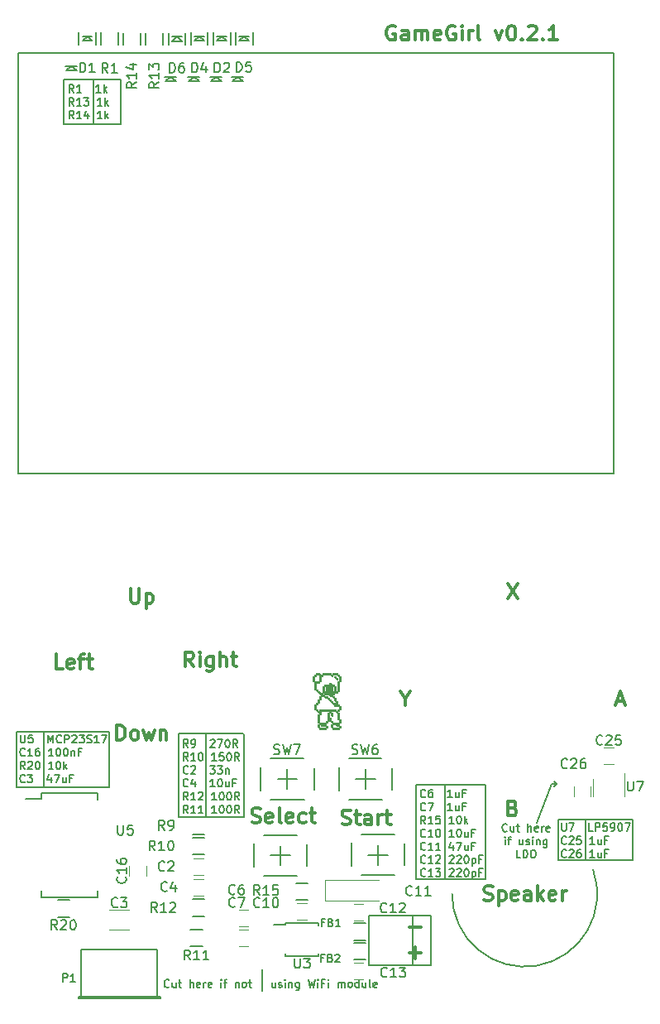
<source format=gbr>
G04 #@! TF.FileFunction,Legend,Top*
%FSLAX46Y46*%
G04 Gerber Fmt 4.6, Leading zero omitted, Abs format (unit mm)*
G04 Created by KiCad (PCBNEW 4.0.5) date 03/19/17 00:11:40*
%MOMM*%
%LPD*%
G01*
G04 APERTURE LIST*
%ADD10C,0.100000*%
%ADD11C,0.150000*%
%ADD12C,0.200000*%
%ADD13C,0.180000*%
%ADD14C,0.300000*%
%ADD15C,0.120000*%
%ADD16C,0.200660*%
%ADD17C,0.010000*%
G04 APERTURE END LIST*
D10*
D11*
X86099153Y-161734029D02*
X86061058Y-161772125D01*
X85946772Y-161810220D01*
X85870582Y-161810220D01*
X85756296Y-161772125D01*
X85680105Y-161695934D01*
X85642010Y-161619744D01*
X85603915Y-161467363D01*
X85603915Y-161353077D01*
X85642010Y-161200696D01*
X85680105Y-161124505D01*
X85756296Y-161048315D01*
X85870582Y-161010220D01*
X85946772Y-161010220D01*
X86061058Y-161048315D01*
X86099153Y-161086410D01*
X86784867Y-161276886D02*
X86784867Y-161810220D01*
X86442010Y-161276886D02*
X86442010Y-161695934D01*
X86480105Y-161772125D01*
X86556296Y-161810220D01*
X86670582Y-161810220D01*
X86746772Y-161772125D01*
X86784867Y-161734029D01*
X87051534Y-161276886D02*
X87356296Y-161276886D01*
X87165820Y-161010220D02*
X87165820Y-161695934D01*
X87203915Y-161772125D01*
X87280106Y-161810220D01*
X87356296Y-161810220D01*
X88232487Y-161810220D02*
X88232487Y-161010220D01*
X88575344Y-161810220D02*
X88575344Y-161391172D01*
X88537249Y-161314982D01*
X88461059Y-161276886D01*
X88346773Y-161276886D01*
X88270582Y-161314982D01*
X88232487Y-161353077D01*
X89261059Y-161772125D02*
X89184869Y-161810220D01*
X89032488Y-161810220D01*
X88956297Y-161772125D01*
X88918202Y-161695934D01*
X88918202Y-161391172D01*
X88956297Y-161314982D01*
X89032488Y-161276886D01*
X89184869Y-161276886D01*
X89261059Y-161314982D01*
X89299154Y-161391172D01*
X89299154Y-161467363D01*
X88918202Y-161543553D01*
X89642011Y-161810220D02*
X89642011Y-161276886D01*
X89642011Y-161429267D02*
X89680106Y-161353077D01*
X89718202Y-161314982D01*
X89794392Y-161276886D01*
X89870583Y-161276886D01*
X90442011Y-161772125D02*
X90365821Y-161810220D01*
X90213440Y-161810220D01*
X90137249Y-161772125D01*
X90099154Y-161695934D01*
X90099154Y-161391172D01*
X90137249Y-161314982D01*
X90213440Y-161276886D01*
X90365821Y-161276886D01*
X90442011Y-161314982D01*
X90480106Y-161391172D01*
X90480106Y-161467363D01*
X90099154Y-161543553D01*
X91432487Y-161810220D02*
X91432487Y-161276886D01*
X91432487Y-161010220D02*
X91394392Y-161048315D01*
X91432487Y-161086410D01*
X91470582Y-161048315D01*
X91432487Y-161010220D01*
X91432487Y-161086410D01*
X91699153Y-161276886D02*
X92003915Y-161276886D01*
X91813439Y-161810220D02*
X91813439Y-161124505D01*
X91851534Y-161048315D01*
X91927725Y-161010220D01*
X92003915Y-161010220D01*
X92880106Y-161276886D02*
X92880106Y-161810220D01*
X92880106Y-161353077D02*
X92918201Y-161314982D01*
X92994392Y-161276886D01*
X93108678Y-161276886D01*
X93184868Y-161314982D01*
X93222963Y-161391172D01*
X93222963Y-161810220D01*
X93718202Y-161810220D02*
X93642011Y-161772125D01*
X93603916Y-161734029D01*
X93565821Y-161657839D01*
X93565821Y-161429267D01*
X93603916Y-161353077D01*
X93642011Y-161314982D01*
X93718202Y-161276886D01*
X93832488Y-161276886D01*
X93908678Y-161314982D01*
X93946773Y-161353077D01*
X93984869Y-161429267D01*
X93984869Y-161657839D01*
X93946773Y-161734029D01*
X93908678Y-161772125D01*
X93832488Y-161810220D01*
X93718202Y-161810220D01*
X94213440Y-161276886D02*
X94518202Y-161276886D01*
X94327726Y-161010220D02*
X94327726Y-161695934D01*
X94365821Y-161772125D01*
X94442012Y-161810220D01*
X94518202Y-161810220D01*
X96956298Y-161276886D02*
X96956298Y-161810220D01*
X96613441Y-161276886D02*
X96613441Y-161695934D01*
X96651536Y-161772125D01*
X96727727Y-161810220D01*
X96842013Y-161810220D01*
X96918203Y-161772125D01*
X96956298Y-161734029D01*
X97299156Y-161772125D02*
X97375346Y-161810220D01*
X97527727Y-161810220D01*
X97603918Y-161772125D01*
X97642013Y-161695934D01*
X97642013Y-161657839D01*
X97603918Y-161581648D01*
X97527727Y-161543553D01*
X97413442Y-161543553D01*
X97337251Y-161505458D01*
X97299156Y-161429267D01*
X97299156Y-161391172D01*
X97337251Y-161314982D01*
X97413442Y-161276886D01*
X97527727Y-161276886D01*
X97603918Y-161314982D01*
X97984870Y-161810220D02*
X97984870Y-161276886D01*
X97984870Y-161010220D02*
X97946775Y-161048315D01*
X97984870Y-161086410D01*
X98022965Y-161048315D01*
X97984870Y-161010220D01*
X97984870Y-161086410D01*
X98365822Y-161276886D02*
X98365822Y-161810220D01*
X98365822Y-161353077D02*
X98403917Y-161314982D01*
X98480108Y-161276886D01*
X98594394Y-161276886D01*
X98670584Y-161314982D01*
X98708679Y-161391172D01*
X98708679Y-161810220D01*
X99432489Y-161276886D02*
X99432489Y-161924505D01*
X99394394Y-162000696D01*
X99356299Y-162038791D01*
X99280108Y-162076886D01*
X99165823Y-162076886D01*
X99089632Y-162038791D01*
X99432489Y-161772125D02*
X99356299Y-161810220D01*
X99203918Y-161810220D01*
X99127727Y-161772125D01*
X99089632Y-161734029D01*
X99051537Y-161657839D01*
X99051537Y-161429267D01*
X99089632Y-161353077D01*
X99127727Y-161314982D01*
X99203918Y-161276886D01*
X99356299Y-161276886D01*
X99432489Y-161314982D01*
X100346776Y-161010220D02*
X100537252Y-161810220D01*
X100689633Y-161238791D01*
X100842014Y-161810220D01*
X101032490Y-161010220D01*
X101337252Y-161810220D02*
X101337252Y-161276886D01*
X101337252Y-161010220D02*
X101299157Y-161048315D01*
X101337252Y-161086410D01*
X101375347Y-161048315D01*
X101337252Y-161010220D01*
X101337252Y-161086410D01*
X101984871Y-161391172D02*
X101718204Y-161391172D01*
X101718204Y-161810220D02*
X101718204Y-161010220D01*
X102099157Y-161010220D01*
X102403918Y-161810220D02*
X102403918Y-161276886D01*
X102403918Y-161010220D02*
X102365823Y-161048315D01*
X102403918Y-161086410D01*
X102442013Y-161048315D01*
X102403918Y-161010220D01*
X102403918Y-161086410D01*
X103394394Y-161810220D02*
X103394394Y-161276886D01*
X103394394Y-161353077D02*
X103432489Y-161314982D01*
X103508680Y-161276886D01*
X103622966Y-161276886D01*
X103699156Y-161314982D01*
X103737251Y-161391172D01*
X103737251Y-161810220D01*
X103737251Y-161391172D02*
X103775347Y-161314982D01*
X103851537Y-161276886D01*
X103965823Y-161276886D01*
X104042013Y-161314982D01*
X104080108Y-161391172D01*
X104080108Y-161810220D01*
X104575347Y-161810220D02*
X104499156Y-161772125D01*
X104461061Y-161734029D01*
X104422966Y-161657839D01*
X104422966Y-161429267D01*
X104461061Y-161353077D01*
X104499156Y-161314982D01*
X104575347Y-161276886D01*
X104689633Y-161276886D01*
X104765823Y-161314982D01*
X104803918Y-161353077D01*
X104842014Y-161429267D01*
X104842014Y-161657839D01*
X104803918Y-161734029D01*
X104765823Y-161772125D01*
X104689633Y-161810220D01*
X104575347Y-161810220D01*
X105527728Y-161810220D02*
X105527728Y-161010220D01*
X105527728Y-161772125D02*
X105451538Y-161810220D01*
X105299157Y-161810220D01*
X105222966Y-161772125D01*
X105184871Y-161734029D01*
X105146776Y-161657839D01*
X105146776Y-161429267D01*
X105184871Y-161353077D01*
X105222966Y-161314982D01*
X105299157Y-161276886D01*
X105451538Y-161276886D01*
X105527728Y-161314982D01*
X106251538Y-161276886D02*
X106251538Y-161810220D01*
X105908681Y-161276886D02*
X105908681Y-161695934D01*
X105946776Y-161772125D01*
X106022967Y-161810220D01*
X106137253Y-161810220D01*
X106213443Y-161772125D01*
X106251538Y-161734029D01*
X106746777Y-161810220D02*
X106670586Y-161772125D01*
X106632491Y-161695934D01*
X106632491Y-161010220D01*
X107356301Y-161772125D02*
X107280111Y-161810220D01*
X107127730Y-161810220D01*
X107051539Y-161772125D01*
X107013444Y-161695934D01*
X107013444Y-161391172D01*
X107051539Y-161314982D01*
X107127730Y-161276886D01*
X107280111Y-161276886D01*
X107356301Y-161314982D01*
X107394396Y-161391172D01*
X107394396Y-161467363D01*
X107013444Y-161543553D01*
D12*
X95599155Y-162148315D02*
X95599155Y-159948315D01*
X125749155Y-140998315D02*
X125499155Y-141248315D01*
X125749155Y-140998315D02*
X125499155Y-140748315D01*
X125249155Y-140998315D02*
X125749155Y-140998315D01*
X123749155Y-144998315D02*
X125249155Y-140998315D01*
X115066121Y-152248315D02*
G75*
G03X129499155Y-149748315I7433034J0D01*
G01*
D11*
X120706298Y-145784029D02*
X120668203Y-145822125D01*
X120553917Y-145860220D01*
X120477727Y-145860220D01*
X120363441Y-145822125D01*
X120287250Y-145745934D01*
X120249155Y-145669744D01*
X120211060Y-145517363D01*
X120211060Y-145403077D01*
X120249155Y-145250696D01*
X120287250Y-145174505D01*
X120363441Y-145098315D01*
X120477727Y-145060220D01*
X120553917Y-145060220D01*
X120668203Y-145098315D01*
X120706298Y-145136410D01*
X121392012Y-145326886D02*
X121392012Y-145860220D01*
X121049155Y-145326886D02*
X121049155Y-145745934D01*
X121087250Y-145822125D01*
X121163441Y-145860220D01*
X121277727Y-145860220D01*
X121353917Y-145822125D01*
X121392012Y-145784029D01*
X121658679Y-145326886D02*
X121963441Y-145326886D01*
X121772965Y-145060220D02*
X121772965Y-145745934D01*
X121811060Y-145822125D01*
X121887251Y-145860220D01*
X121963441Y-145860220D01*
X122839632Y-145860220D02*
X122839632Y-145060220D01*
X123182489Y-145860220D02*
X123182489Y-145441172D01*
X123144394Y-145364982D01*
X123068204Y-145326886D01*
X122953918Y-145326886D01*
X122877727Y-145364982D01*
X122839632Y-145403077D01*
X123868204Y-145822125D02*
X123792014Y-145860220D01*
X123639633Y-145860220D01*
X123563442Y-145822125D01*
X123525347Y-145745934D01*
X123525347Y-145441172D01*
X123563442Y-145364982D01*
X123639633Y-145326886D01*
X123792014Y-145326886D01*
X123868204Y-145364982D01*
X123906299Y-145441172D01*
X123906299Y-145517363D01*
X123525347Y-145593553D01*
X124249156Y-145860220D02*
X124249156Y-145326886D01*
X124249156Y-145479267D02*
X124287251Y-145403077D01*
X124325347Y-145364982D01*
X124401537Y-145326886D01*
X124477728Y-145326886D01*
X125049156Y-145822125D02*
X124972966Y-145860220D01*
X124820585Y-145860220D01*
X124744394Y-145822125D01*
X124706299Y-145745934D01*
X124706299Y-145441172D01*
X124744394Y-145364982D01*
X124820585Y-145326886D01*
X124972966Y-145326886D01*
X125049156Y-145364982D01*
X125087251Y-145441172D01*
X125087251Y-145517363D01*
X124706299Y-145593553D01*
X120515821Y-147210220D02*
X120515821Y-146676886D01*
X120515821Y-146410220D02*
X120477726Y-146448315D01*
X120515821Y-146486410D01*
X120553916Y-146448315D01*
X120515821Y-146410220D01*
X120515821Y-146486410D01*
X120782487Y-146676886D02*
X121087249Y-146676886D01*
X120896773Y-147210220D02*
X120896773Y-146524505D01*
X120934868Y-146448315D01*
X121011059Y-146410220D01*
X121087249Y-146410220D01*
X122306297Y-146676886D02*
X122306297Y-147210220D01*
X121963440Y-146676886D02*
X121963440Y-147095934D01*
X122001535Y-147172125D01*
X122077726Y-147210220D01*
X122192012Y-147210220D01*
X122268202Y-147172125D01*
X122306297Y-147134029D01*
X122649155Y-147172125D02*
X122725345Y-147210220D01*
X122877726Y-147210220D01*
X122953917Y-147172125D01*
X122992012Y-147095934D01*
X122992012Y-147057839D01*
X122953917Y-146981648D01*
X122877726Y-146943553D01*
X122763441Y-146943553D01*
X122687250Y-146905458D01*
X122649155Y-146829267D01*
X122649155Y-146791172D01*
X122687250Y-146714982D01*
X122763441Y-146676886D01*
X122877726Y-146676886D01*
X122953917Y-146714982D01*
X123334869Y-147210220D02*
X123334869Y-146676886D01*
X123334869Y-146410220D02*
X123296774Y-146448315D01*
X123334869Y-146486410D01*
X123372964Y-146448315D01*
X123334869Y-146410220D01*
X123334869Y-146486410D01*
X123715821Y-146676886D02*
X123715821Y-147210220D01*
X123715821Y-146753077D02*
X123753916Y-146714982D01*
X123830107Y-146676886D01*
X123944393Y-146676886D01*
X124020583Y-146714982D01*
X124058678Y-146791172D01*
X124058678Y-147210220D01*
X124782488Y-146676886D02*
X124782488Y-147324505D01*
X124744393Y-147400696D01*
X124706298Y-147438791D01*
X124630107Y-147476886D01*
X124515822Y-147476886D01*
X124439631Y-147438791D01*
X124782488Y-147172125D02*
X124706298Y-147210220D01*
X124553917Y-147210220D01*
X124477726Y-147172125D01*
X124439631Y-147134029D01*
X124401536Y-147057839D01*
X124401536Y-146829267D01*
X124439631Y-146753077D01*
X124477726Y-146714982D01*
X124553917Y-146676886D01*
X124706298Y-146676886D01*
X124782488Y-146714982D01*
X122077727Y-148560220D02*
X121696774Y-148560220D01*
X121696774Y-147760220D01*
X122344393Y-148560220D02*
X122344393Y-147760220D01*
X122534869Y-147760220D01*
X122649155Y-147798315D01*
X122725346Y-147874505D01*
X122763441Y-147950696D01*
X122801536Y-148103077D01*
X122801536Y-148217363D01*
X122763441Y-148369744D01*
X122725346Y-148445934D01*
X122649155Y-148522125D01*
X122534869Y-148560220D01*
X122344393Y-148560220D01*
X123296774Y-147760220D02*
X123449155Y-147760220D01*
X123525346Y-147798315D01*
X123601536Y-147874505D01*
X123639631Y-148026886D01*
X123639631Y-148293553D01*
X123601536Y-148445934D01*
X123525346Y-148522125D01*
X123449155Y-148560220D01*
X123296774Y-148560220D01*
X123220584Y-148522125D01*
X123144393Y-148445934D01*
X123106298Y-148293553D01*
X123106298Y-148026886D01*
X123144393Y-147874505D01*
X123220584Y-147798315D01*
X123296774Y-147760220D01*
D13*
X76649155Y-67998315D02*
X75549155Y-67998315D01*
X75499155Y-67548315D02*
X76649155Y-67548315D01*
X76099155Y-67598315D02*
X76649155Y-67998315D01*
X75549155Y-67998315D02*
X76099155Y-67598315D01*
X86799155Y-69098315D02*
X85699155Y-69098315D01*
X85649155Y-68648315D02*
X86799155Y-68648315D01*
X86249155Y-68698315D02*
X86799155Y-69098315D01*
X85699155Y-69098315D02*
X86249155Y-68698315D01*
X89199155Y-69098315D02*
X88099155Y-69098315D01*
X88049155Y-68648315D02*
X89199155Y-68648315D01*
X88649155Y-68698315D02*
X89199155Y-69098315D01*
X88099155Y-69098315D02*
X88649155Y-68698315D01*
X91449155Y-69098315D02*
X90349155Y-69098315D01*
X90299155Y-68648315D02*
X91449155Y-68648315D01*
X90899155Y-68698315D02*
X91449155Y-69098315D01*
X90349155Y-69098315D02*
X90899155Y-68698315D01*
X92499155Y-68648315D02*
X93649155Y-68648315D01*
X93649155Y-69098315D02*
X92549155Y-69098315D01*
X93099155Y-68698315D02*
X93649155Y-69098315D01*
X92549155Y-69098315D02*
X93099155Y-68698315D01*
D12*
X128749155Y-144598315D02*
X128749155Y-148748315D01*
D11*
X126289631Y-145010220D02*
X126289631Y-145657839D01*
X126327726Y-145734029D01*
X126365822Y-145772125D01*
X126442012Y-145810220D01*
X126594393Y-145810220D01*
X126670584Y-145772125D01*
X126708679Y-145734029D01*
X126746774Y-145657839D01*
X126746774Y-145010220D01*
X127051536Y-145010220D02*
X127584869Y-145010220D01*
X127242012Y-145810220D01*
X129489632Y-145810220D02*
X129108679Y-145810220D01*
X129108679Y-145010220D01*
X129756298Y-145810220D02*
X129756298Y-145010220D01*
X130061060Y-145010220D01*
X130137251Y-145048315D01*
X130175346Y-145086410D01*
X130213441Y-145162601D01*
X130213441Y-145276886D01*
X130175346Y-145353077D01*
X130137251Y-145391172D01*
X130061060Y-145429267D01*
X129756298Y-145429267D01*
X130937251Y-145010220D02*
X130556298Y-145010220D01*
X130518203Y-145391172D01*
X130556298Y-145353077D01*
X130632489Y-145314982D01*
X130822965Y-145314982D01*
X130899155Y-145353077D01*
X130937251Y-145391172D01*
X130975346Y-145467363D01*
X130975346Y-145657839D01*
X130937251Y-145734029D01*
X130899155Y-145772125D01*
X130822965Y-145810220D01*
X130632489Y-145810220D01*
X130556298Y-145772125D01*
X130518203Y-145734029D01*
X131356298Y-145810220D02*
X131508679Y-145810220D01*
X131584870Y-145772125D01*
X131622965Y-145734029D01*
X131699156Y-145619744D01*
X131737251Y-145467363D01*
X131737251Y-145162601D01*
X131699156Y-145086410D01*
X131661060Y-145048315D01*
X131584870Y-145010220D01*
X131432489Y-145010220D01*
X131356298Y-145048315D01*
X131318203Y-145086410D01*
X131280108Y-145162601D01*
X131280108Y-145353077D01*
X131318203Y-145429267D01*
X131356298Y-145467363D01*
X131432489Y-145505458D01*
X131584870Y-145505458D01*
X131661060Y-145467363D01*
X131699156Y-145429267D01*
X131737251Y-145353077D01*
X132232489Y-145010220D02*
X132308680Y-145010220D01*
X132384870Y-145048315D01*
X132422965Y-145086410D01*
X132461061Y-145162601D01*
X132499156Y-145314982D01*
X132499156Y-145505458D01*
X132461061Y-145657839D01*
X132422965Y-145734029D01*
X132384870Y-145772125D01*
X132308680Y-145810220D01*
X132232489Y-145810220D01*
X132156299Y-145772125D01*
X132118203Y-145734029D01*
X132080108Y-145657839D01*
X132042013Y-145505458D01*
X132042013Y-145314982D01*
X132080108Y-145162601D01*
X132118203Y-145086410D01*
X132156299Y-145048315D01*
X132232489Y-145010220D01*
X132765823Y-145010220D02*
X133299156Y-145010220D01*
X132956299Y-145810220D01*
X126746774Y-147084029D02*
X126708679Y-147122125D01*
X126594393Y-147160220D01*
X126518203Y-147160220D01*
X126403917Y-147122125D01*
X126327726Y-147045934D01*
X126289631Y-146969744D01*
X126251536Y-146817363D01*
X126251536Y-146703077D01*
X126289631Y-146550696D01*
X126327726Y-146474505D01*
X126403917Y-146398315D01*
X126518203Y-146360220D01*
X126594393Y-146360220D01*
X126708679Y-146398315D01*
X126746774Y-146436410D01*
X127051536Y-146436410D02*
X127089631Y-146398315D01*
X127165822Y-146360220D01*
X127356298Y-146360220D01*
X127432488Y-146398315D01*
X127470584Y-146436410D01*
X127508679Y-146512601D01*
X127508679Y-146588791D01*
X127470584Y-146703077D01*
X127013441Y-147160220D01*
X127508679Y-147160220D01*
X128232489Y-146360220D02*
X127851536Y-146360220D01*
X127813441Y-146741172D01*
X127851536Y-146703077D01*
X127927727Y-146664982D01*
X128118203Y-146664982D01*
X128194393Y-146703077D01*
X128232489Y-146741172D01*
X128270584Y-146817363D01*
X128270584Y-147007839D01*
X128232489Y-147084029D01*
X128194393Y-147122125D01*
X128118203Y-147160220D01*
X127927727Y-147160220D01*
X127851536Y-147122125D01*
X127813441Y-147084029D01*
X129642013Y-147160220D02*
X129184870Y-147160220D01*
X129413441Y-147160220D02*
X129413441Y-146360220D01*
X129337251Y-146474505D01*
X129261060Y-146550696D01*
X129184870Y-146588791D01*
X130327727Y-146626886D02*
X130327727Y-147160220D01*
X129984870Y-146626886D02*
X129984870Y-147045934D01*
X130022965Y-147122125D01*
X130099156Y-147160220D01*
X130213442Y-147160220D01*
X130289632Y-147122125D01*
X130327727Y-147084029D01*
X130975347Y-146741172D02*
X130708680Y-146741172D01*
X130708680Y-147160220D02*
X130708680Y-146360220D01*
X131089633Y-146360220D01*
X126746774Y-148434029D02*
X126708679Y-148472125D01*
X126594393Y-148510220D01*
X126518203Y-148510220D01*
X126403917Y-148472125D01*
X126327726Y-148395934D01*
X126289631Y-148319744D01*
X126251536Y-148167363D01*
X126251536Y-148053077D01*
X126289631Y-147900696D01*
X126327726Y-147824505D01*
X126403917Y-147748315D01*
X126518203Y-147710220D01*
X126594393Y-147710220D01*
X126708679Y-147748315D01*
X126746774Y-147786410D01*
X127051536Y-147786410D02*
X127089631Y-147748315D01*
X127165822Y-147710220D01*
X127356298Y-147710220D01*
X127432488Y-147748315D01*
X127470584Y-147786410D01*
X127508679Y-147862601D01*
X127508679Y-147938791D01*
X127470584Y-148053077D01*
X127013441Y-148510220D01*
X127508679Y-148510220D01*
X128194393Y-147710220D02*
X128042012Y-147710220D01*
X127965822Y-147748315D01*
X127927727Y-147786410D01*
X127851536Y-147900696D01*
X127813441Y-148053077D01*
X127813441Y-148357839D01*
X127851536Y-148434029D01*
X127889631Y-148472125D01*
X127965822Y-148510220D01*
X128118203Y-148510220D01*
X128194393Y-148472125D01*
X128232489Y-148434029D01*
X128270584Y-148357839D01*
X128270584Y-148167363D01*
X128232489Y-148091172D01*
X128194393Y-148053077D01*
X128118203Y-148014982D01*
X127965822Y-148014982D01*
X127889631Y-148053077D01*
X127851536Y-148091172D01*
X127813441Y-148167363D01*
X129642013Y-148510220D02*
X129184870Y-148510220D01*
X129413441Y-148510220D02*
X129413441Y-147710220D01*
X129337251Y-147824505D01*
X129261060Y-147900696D01*
X129184870Y-147938791D01*
X130327727Y-147976886D02*
X130327727Y-148510220D01*
X129984870Y-147976886D02*
X129984870Y-148395934D01*
X130022965Y-148472125D01*
X130099156Y-148510220D01*
X130213442Y-148510220D01*
X130289632Y-148472125D01*
X130327727Y-148434029D01*
X130975347Y-148091172D02*
X130708680Y-148091172D01*
X130708680Y-148510220D02*
X130708680Y-147710220D01*
X131089633Y-147710220D01*
D12*
X125899155Y-144598315D02*
X133599155Y-144598315D01*
X125899155Y-148748315D02*
X125899155Y-144598315D01*
X133599155Y-148748315D02*
X125899155Y-148748315D01*
X133599155Y-144598315D02*
X133599155Y-148748315D01*
X70612000Y-109260000D02*
X131612000Y-109260000D01*
X114299155Y-141048315D02*
X114299155Y-150748315D01*
X118499155Y-141048315D02*
X111399155Y-141048315D01*
X118499155Y-150748315D02*
X118499155Y-141048315D01*
X111399155Y-150748315D02*
X118499155Y-150748315D01*
X111399155Y-141048315D02*
X111399155Y-150748315D01*
D11*
X112346774Y-142284029D02*
X112308679Y-142322125D01*
X112194393Y-142360220D01*
X112118203Y-142360220D01*
X112003917Y-142322125D01*
X111927726Y-142245934D01*
X111889631Y-142169744D01*
X111851536Y-142017363D01*
X111851536Y-141903077D01*
X111889631Y-141750696D01*
X111927726Y-141674505D01*
X112003917Y-141598315D01*
X112118203Y-141560220D01*
X112194393Y-141560220D01*
X112308679Y-141598315D01*
X112346774Y-141636410D01*
X113032488Y-141560220D02*
X112880107Y-141560220D01*
X112803917Y-141598315D01*
X112765822Y-141636410D01*
X112689631Y-141750696D01*
X112651536Y-141903077D01*
X112651536Y-142207839D01*
X112689631Y-142284029D01*
X112727726Y-142322125D01*
X112803917Y-142360220D01*
X112956298Y-142360220D01*
X113032488Y-142322125D01*
X113070584Y-142284029D01*
X113108679Y-142207839D01*
X113108679Y-142017363D01*
X113070584Y-141941172D01*
X113032488Y-141903077D01*
X112956298Y-141864982D01*
X112803917Y-141864982D01*
X112727726Y-141903077D01*
X112689631Y-141941172D01*
X112651536Y-142017363D01*
X115089632Y-142360220D02*
X114632489Y-142360220D01*
X114861060Y-142360220D02*
X114861060Y-141560220D01*
X114784870Y-141674505D01*
X114708679Y-141750696D01*
X114632489Y-141788791D01*
X115775346Y-141826886D02*
X115775346Y-142360220D01*
X115432489Y-141826886D02*
X115432489Y-142245934D01*
X115470584Y-142322125D01*
X115546775Y-142360220D01*
X115661061Y-142360220D01*
X115737251Y-142322125D01*
X115775346Y-142284029D01*
X116422966Y-141941172D02*
X116156299Y-141941172D01*
X116156299Y-142360220D02*
X116156299Y-141560220D01*
X116537252Y-141560220D01*
X112346774Y-143634029D02*
X112308679Y-143672125D01*
X112194393Y-143710220D01*
X112118203Y-143710220D01*
X112003917Y-143672125D01*
X111927726Y-143595934D01*
X111889631Y-143519744D01*
X111851536Y-143367363D01*
X111851536Y-143253077D01*
X111889631Y-143100696D01*
X111927726Y-143024505D01*
X112003917Y-142948315D01*
X112118203Y-142910220D01*
X112194393Y-142910220D01*
X112308679Y-142948315D01*
X112346774Y-142986410D01*
X112613441Y-142910220D02*
X113146774Y-142910220D01*
X112803917Y-143710220D01*
X115089632Y-143710220D02*
X114632489Y-143710220D01*
X114861060Y-143710220D02*
X114861060Y-142910220D01*
X114784870Y-143024505D01*
X114708679Y-143100696D01*
X114632489Y-143138791D01*
X115775346Y-143176886D02*
X115775346Y-143710220D01*
X115432489Y-143176886D02*
X115432489Y-143595934D01*
X115470584Y-143672125D01*
X115546775Y-143710220D01*
X115661061Y-143710220D01*
X115737251Y-143672125D01*
X115775346Y-143634029D01*
X116422966Y-143291172D02*
X116156299Y-143291172D01*
X116156299Y-143710220D02*
X116156299Y-142910220D01*
X116537252Y-142910220D01*
X112346774Y-145060220D02*
X112080107Y-144679267D01*
X111889631Y-145060220D02*
X111889631Y-144260220D01*
X112194393Y-144260220D01*
X112270584Y-144298315D01*
X112308679Y-144336410D01*
X112346774Y-144412601D01*
X112346774Y-144526886D01*
X112308679Y-144603077D01*
X112270584Y-144641172D01*
X112194393Y-144679267D01*
X111889631Y-144679267D01*
X113108679Y-145060220D02*
X112651536Y-145060220D01*
X112880107Y-145060220D02*
X112880107Y-144260220D01*
X112803917Y-144374505D01*
X112727726Y-144450696D01*
X112651536Y-144488791D01*
X113832489Y-144260220D02*
X113451536Y-144260220D01*
X113413441Y-144641172D01*
X113451536Y-144603077D01*
X113527727Y-144564982D01*
X113718203Y-144564982D01*
X113794393Y-144603077D01*
X113832489Y-144641172D01*
X113870584Y-144717363D01*
X113870584Y-144907839D01*
X113832489Y-144984029D01*
X113794393Y-145022125D01*
X113718203Y-145060220D01*
X113527727Y-145060220D01*
X113451536Y-145022125D01*
X113413441Y-144984029D01*
X115242013Y-145060220D02*
X114784870Y-145060220D01*
X115013441Y-145060220D02*
X115013441Y-144260220D01*
X114937251Y-144374505D01*
X114861060Y-144450696D01*
X114784870Y-144488791D01*
X115737251Y-144260220D02*
X115813442Y-144260220D01*
X115889632Y-144298315D01*
X115927727Y-144336410D01*
X115965823Y-144412601D01*
X116003918Y-144564982D01*
X116003918Y-144755458D01*
X115965823Y-144907839D01*
X115927727Y-144984029D01*
X115889632Y-145022125D01*
X115813442Y-145060220D01*
X115737251Y-145060220D01*
X115661061Y-145022125D01*
X115622965Y-144984029D01*
X115584870Y-144907839D01*
X115546775Y-144755458D01*
X115546775Y-144564982D01*
X115584870Y-144412601D01*
X115622965Y-144336410D01*
X115661061Y-144298315D01*
X115737251Y-144260220D01*
X116346775Y-145060220D02*
X116346775Y-144260220D01*
X116422966Y-144755458D02*
X116651537Y-145060220D01*
X116651537Y-144526886D02*
X116346775Y-144831648D01*
X112346774Y-146334029D02*
X112308679Y-146372125D01*
X112194393Y-146410220D01*
X112118203Y-146410220D01*
X112003917Y-146372125D01*
X111927726Y-146295934D01*
X111889631Y-146219744D01*
X111851536Y-146067363D01*
X111851536Y-145953077D01*
X111889631Y-145800696D01*
X111927726Y-145724505D01*
X112003917Y-145648315D01*
X112118203Y-145610220D01*
X112194393Y-145610220D01*
X112308679Y-145648315D01*
X112346774Y-145686410D01*
X113108679Y-146410220D02*
X112651536Y-146410220D01*
X112880107Y-146410220D02*
X112880107Y-145610220D01*
X112803917Y-145724505D01*
X112727726Y-145800696D01*
X112651536Y-145838791D01*
X113603917Y-145610220D02*
X113680108Y-145610220D01*
X113756298Y-145648315D01*
X113794393Y-145686410D01*
X113832489Y-145762601D01*
X113870584Y-145914982D01*
X113870584Y-146105458D01*
X113832489Y-146257839D01*
X113794393Y-146334029D01*
X113756298Y-146372125D01*
X113680108Y-146410220D01*
X113603917Y-146410220D01*
X113527727Y-146372125D01*
X113489631Y-146334029D01*
X113451536Y-146257839D01*
X113413441Y-146105458D01*
X113413441Y-145914982D01*
X113451536Y-145762601D01*
X113489631Y-145686410D01*
X113527727Y-145648315D01*
X113603917Y-145610220D01*
X115242013Y-146410220D02*
X114784870Y-146410220D01*
X115013441Y-146410220D02*
X115013441Y-145610220D01*
X114937251Y-145724505D01*
X114861060Y-145800696D01*
X114784870Y-145838791D01*
X115737251Y-145610220D02*
X115813442Y-145610220D01*
X115889632Y-145648315D01*
X115927727Y-145686410D01*
X115965823Y-145762601D01*
X116003918Y-145914982D01*
X116003918Y-146105458D01*
X115965823Y-146257839D01*
X115927727Y-146334029D01*
X115889632Y-146372125D01*
X115813442Y-146410220D01*
X115737251Y-146410220D01*
X115661061Y-146372125D01*
X115622965Y-146334029D01*
X115584870Y-146257839D01*
X115546775Y-146105458D01*
X115546775Y-145914982D01*
X115584870Y-145762601D01*
X115622965Y-145686410D01*
X115661061Y-145648315D01*
X115737251Y-145610220D01*
X116689632Y-145876886D02*
X116689632Y-146410220D01*
X116346775Y-145876886D02*
X116346775Y-146295934D01*
X116384870Y-146372125D01*
X116461061Y-146410220D01*
X116575347Y-146410220D01*
X116651537Y-146372125D01*
X116689632Y-146334029D01*
X117337252Y-145991172D02*
X117070585Y-145991172D01*
X117070585Y-146410220D02*
X117070585Y-145610220D01*
X117451538Y-145610220D01*
X112346774Y-147684029D02*
X112308679Y-147722125D01*
X112194393Y-147760220D01*
X112118203Y-147760220D01*
X112003917Y-147722125D01*
X111927726Y-147645934D01*
X111889631Y-147569744D01*
X111851536Y-147417363D01*
X111851536Y-147303077D01*
X111889631Y-147150696D01*
X111927726Y-147074505D01*
X112003917Y-146998315D01*
X112118203Y-146960220D01*
X112194393Y-146960220D01*
X112308679Y-146998315D01*
X112346774Y-147036410D01*
X113108679Y-147760220D02*
X112651536Y-147760220D01*
X112880107Y-147760220D02*
X112880107Y-146960220D01*
X112803917Y-147074505D01*
X112727726Y-147150696D01*
X112651536Y-147188791D01*
X113870584Y-147760220D02*
X113413441Y-147760220D01*
X113642012Y-147760220D02*
X113642012Y-146960220D01*
X113565822Y-147074505D01*
X113489631Y-147150696D01*
X113413441Y-147188791D01*
X115165822Y-147226886D02*
X115165822Y-147760220D01*
X114975346Y-146922125D02*
X114784870Y-147493553D01*
X115280108Y-147493553D01*
X115508680Y-146960220D02*
X116042013Y-146960220D01*
X115699156Y-147760220D01*
X116689632Y-147226886D02*
X116689632Y-147760220D01*
X116346775Y-147226886D02*
X116346775Y-147645934D01*
X116384870Y-147722125D01*
X116461061Y-147760220D01*
X116575347Y-147760220D01*
X116651537Y-147722125D01*
X116689632Y-147684029D01*
X117337252Y-147341172D02*
X117070585Y-147341172D01*
X117070585Y-147760220D02*
X117070585Y-146960220D01*
X117451538Y-146960220D01*
X112346774Y-149034029D02*
X112308679Y-149072125D01*
X112194393Y-149110220D01*
X112118203Y-149110220D01*
X112003917Y-149072125D01*
X111927726Y-148995934D01*
X111889631Y-148919744D01*
X111851536Y-148767363D01*
X111851536Y-148653077D01*
X111889631Y-148500696D01*
X111927726Y-148424505D01*
X112003917Y-148348315D01*
X112118203Y-148310220D01*
X112194393Y-148310220D01*
X112308679Y-148348315D01*
X112346774Y-148386410D01*
X113108679Y-149110220D02*
X112651536Y-149110220D01*
X112880107Y-149110220D02*
X112880107Y-148310220D01*
X112803917Y-148424505D01*
X112727726Y-148500696D01*
X112651536Y-148538791D01*
X113413441Y-148386410D02*
X113451536Y-148348315D01*
X113527727Y-148310220D01*
X113718203Y-148310220D01*
X113794393Y-148348315D01*
X113832489Y-148386410D01*
X113870584Y-148462601D01*
X113870584Y-148538791D01*
X113832489Y-148653077D01*
X113375346Y-149110220D01*
X113870584Y-149110220D01*
X114784870Y-148386410D02*
X114822965Y-148348315D01*
X114899156Y-148310220D01*
X115089632Y-148310220D01*
X115165822Y-148348315D01*
X115203918Y-148386410D01*
X115242013Y-148462601D01*
X115242013Y-148538791D01*
X115203918Y-148653077D01*
X114746775Y-149110220D01*
X115242013Y-149110220D01*
X115546775Y-148386410D02*
X115584870Y-148348315D01*
X115661061Y-148310220D01*
X115851537Y-148310220D01*
X115927727Y-148348315D01*
X115965823Y-148386410D01*
X116003918Y-148462601D01*
X116003918Y-148538791D01*
X115965823Y-148653077D01*
X115508680Y-149110220D01*
X116003918Y-149110220D01*
X116499156Y-148310220D02*
X116575347Y-148310220D01*
X116651537Y-148348315D01*
X116689632Y-148386410D01*
X116727728Y-148462601D01*
X116765823Y-148614982D01*
X116765823Y-148805458D01*
X116727728Y-148957839D01*
X116689632Y-149034029D01*
X116651537Y-149072125D01*
X116575347Y-149110220D01*
X116499156Y-149110220D01*
X116422966Y-149072125D01*
X116384870Y-149034029D01*
X116346775Y-148957839D01*
X116308680Y-148805458D01*
X116308680Y-148614982D01*
X116346775Y-148462601D01*
X116384870Y-148386410D01*
X116422966Y-148348315D01*
X116499156Y-148310220D01*
X117108680Y-148576886D02*
X117108680Y-149376886D01*
X117108680Y-148614982D02*
X117184871Y-148576886D01*
X117337252Y-148576886D01*
X117413442Y-148614982D01*
X117451537Y-148653077D01*
X117489633Y-148729267D01*
X117489633Y-148957839D01*
X117451537Y-149034029D01*
X117413442Y-149072125D01*
X117337252Y-149110220D01*
X117184871Y-149110220D01*
X117108680Y-149072125D01*
X118099157Y-148691172D02*
X117832490Y-148691172D01*
X117832490Y-149110220D02*
X117832490Y-148310220D01*
X118213443Y-148310220D01*
X112346774Y-150384029D02*
X112308679Y-150422125D01*
X112194393Y-150460220D01*
X112118203Y-150460220D01*
X112003917Y-150422125D01*
X111927726Y-150345934D01*
X111889631Y-150269744D01*
X111851536Y-150117363D01*
X111851536Y-150003077D01*
X111889631Y-149850696D01*
X111927726Y-149774505D01*
X112003917Y-149698315D01*
X112118203Y-149660220D01*
X112194393Y-149660220D01*
X112308679Y-149698315D01*
X112346774Y-149736410D01*
X113108679Y-150460220D02*
X112651536Y-150460220D01*
X112880107Y-150460220D02*
X112880107Y-149660220D01*
X112803917Y-149774505D01*
X112727726Y-149850696D01*
X112651536Y-149888791D01*
X113375346Y-149660220D02*
X113870584Y-149660220D01*
X113603917Y-149964982D01*
X113718203Y-149964982D01*
X113794393Y-150003077D01*
X113832489Y-150041172D01*
X113870584Y-150117363D01*
X113870584Y-150307839D01*
X113832489Y-150384029D01*
X113794393Y-150422125D01*
X113718203Y-150460220D01*
X113489631Y-150460220D01*
X113413441Y-150422125D01*
X113375346Y-150384029D01*
X114784870Y-149736410D02*
X114822965Y-149698315D01*
X114899156Y-149660220D01*
X115089632Y-149660220D01*
X115165822Y-149698315D01*
X115203918Y-149736410D01*
X115242013Y-149812601D01*
X115242013Y-149888791D01*
X115203918Y-150003077D01*
X114746775Y-150460220D01*
X115242013Y-150460220D01*
X115546775Y-149736410D02*
X115584870Y-149698315D01*
X115661061Y-149660220D01*
X115851537Y-149660220D01*
X115927727Y-149698315D01*
X115965823Y-149736410D01*
X116003918Y-149812601D01*
X116003918Y-149888791D01*
X115965823Y-150003077D01*
X115508680Y-150460220D01*
X116003918Y-150460220D01*
X116499156Y-149660220D02*
X116575347Y-149660220D01*
X116651537Y-149698315D01*
X116689632Y-149736410D01*
X116727728Y-149812601D01*
X116765823Y-149964982D01*
X116765823Y-150155458D01*
X116727728Y-150307839D01*
X116689632Y-150384029D01*
X116651537Y-150422125D01*
X116575347Y-150460220D01*
X116499156Y-150460220D01*
X116422966Y-150422125D01*
X116384870Y-150384029D01*
X116346775Y-150307839D01*
X116308680Y-150155458D01*
X116308680Y-149964982D01*
X116346775Y-149812601D01*
X116384870Y-149736410D01*
X116422966Y-149698315D01*
X116499156Y-149660220D01*
X117108680Y-149926886D02*
X117108680Y-150726886D01*
X117108680Y-149964982D02*
X117184871Y-149926886D01*
X117337252Y-149926886D01*
X117413442Y-149964982D01*
X117451537Y-150003077D01*
X117489633Y-150079267D01*
X117489633Y-150307839D01*
X117451537Y-150384029D01*
X117413442Y-150422125D01*
X117337252Y-150460220D01*
X117184871Y-150460220D01*
X117108680Y-150422125D01*
X118099157Y-150041172D02*
X117832490Y-150041172D01*
X117832490Y-150460220D02*
X117832490Y-149660220D01*
X118213443Y-149660220D01*
D12*
X73299155Y-135648315D02*
X73299155Y-141348315D01*
X79999155Y-135648315D02*
X70499155Y-135648315D01*
X79999155Y-141348315D02*
X79999155Y-135648315D01*
X70499155Y-141348315D02*
X79999155Y-141348315D01*
X70499155Y-135648315D02*
X70499155Y-141348315D01*
D11*
X70889631Y-135985220D02*
X70889631Y-136632839D01*
X70927726Y-136709029D01*
X70965822Y-136747125D01*
X71042012Y-136785220D01*
X71194393Y-136785220D01*
X71270584Y-136747125D01*
X71308679Y-136709029D01*
X71346774Y-136632839D01*
X71346774Y-135985220D01*
X72108679Y-135985220D02*
X71727726Y-135985220D01*
X71689631Y-136366172D01*
X71727726Y-136328077D01*
X71803917Y-136289982D01*
X71994393Y-136289982D01*
X72070583Y-136328077D01*
X72108679Y-136366172D01*
X72146774Y-136442363D01*
X72146774Y-136632839D01*
X72108679Y-136709029D01*
X72070583Y-136747125D01*
X71994393Y-136785220D01*
X71803917Y-136785220D01*
X71727726Y-136747125D01*
X71689631Y-136709029D01*
X73708679Y-136785220D02*
X73708679Y-135985220D01*
X73975346Y-136556648D01*
X74242013Y-135985220D01*
X74242013Y-136785220D01*
X75080108Y-136709029D02*
X75042013Y-136747125D01*
X74927727Y-136785220D01*
X74851537Y-136785220D01*
X74737251Y-136747125D01*
X74661060Y-136670934D01*
X74622965Y-136594744D01*
X74584870Y-136442363D01*
X74584870Y-136328077D01*
X74622965Y-136175696D01*
X74661060Y-136099505D01*
X74737251Y-136023315D01*
X74851537Y-135985220D01*
X74927727Y-135985220D01*
X75042013Y-136023315D01*
X75080108Y-136061410D01*
X75422965Y-136785220D02*
X75422965Y-135985220D01*
X75727727Y-135985220D01*
X75803918Y-136023315D01*
X75842013Y-136061410D01*
X75880108Y-136137601D01*
X75880108Y-136251886D01*
X75842013Y-136328077D01*
X75803918Y-136366172D01*
X75727727Y-136404267D01*
X75422965Y-136404267D01*
X76184870Y-136061410D02*
X76222965Y-136023315D01*
X76299156Y-135985220D01*
X76489632Y-135985220D01*
X76565822Y-136023315D01*
X76603918Y-136061410D01*
X76642013Y-136137601D01*
X76642013Y-136213791D01*
X76603918Y-136328077D01*
X76146775Y-136785220D01*
X76642013Y-136785220D01*
X76908680Y-135985220D02*
X77403918Y-135985220D01*
X77137251Y-136289982D01*
X77251537Y-136289982D01*
X77327727Y-136328077D01*
X77365823Y-136366172D01*
X77403918Y-136442363D01*
X77403918Y-136632839D01*
X77365823Y-136709029D01*
X77327727Y-136747125D01*
X77251537Y-136785220D01*
X77022965Y-136785220D01*
X76946775Y-136747125D01*
X76908680Y-136709029D01*
X77708680Y-136747125D02*
X77822966Y-136785220D01*
X78013442Y-136785220D01*
X78089632Y-136747125D01*
X78127728Y-136709029D01*
X78165823Y-136632839D01*
X78165823Y-136556648D01*
X78127728Y-136480458D01*
X78089632Y-136442363D01*
X78013442Y-136404267D01*
X77861061Y-136366172D01*
X77784870Y-136328077D01*
X77746775Y-136289982D01*
X77708680Y-136213791D01*
X77708680Y-136137601D01*
X77746775Y-136061410D01*
X77784870Y-136023315D01*
X77861061Y-135985220D01*
X78051537Y-135985220D01*
X78165823Y-136023315D01*
X78927728Y-136785220D02*
X78470585Y-136785220D01*
X78699156Y-136785220D02*
X78699156Y-135985220D01*
X78622966Y-136099505D01*
X78546775Y-136175696D01*
X78470585Y-136213791D01*
X79194395Y-135985220D02*
X79727728Y-135985220D01*
X79384871Y-136785220D01*
X71346774Y-138059029D02*
X71308679Y-138097125D01*
X71194393Y-138135220D01*
X71118203Y-138135220D01*
X71003917Y-138097125D01*
X70927726Y-138020934D01*
X70889631Y-137944744D01*
X70851536Y-137792363D01*
X70851536Y-137678077D01*
X70889631Y-137525696D01*
X70927726Y-137449505D01*
X71003917Y-137373315D01*
X71118203Y-137335220D01*
X71194393Y-137335220D01*
X71308679Y-137373315D01*
X71346774Y-137411410D01*
X72108679Y-138135220D02*
X71651536Y-138135220D01*
X71880107Y-138135220D02*
X71880107Y-137335220D01*
X71803917Y-137449505D01*
X71727726Y-137525696D01*
X71651536Y-137563791D01*
X72794393Y-137335220D02*
X72642012Y-137335220D01*
X72565822Y-137373315D01*
X72527727Y-137411410D01*
X72451536Y-137525696D01*
X72413441Y-137678077D01*
X72413441Y-137982839D01*
X72451536Y-138059029D01*
X72489631Y-138097125D01*
X72565822Y-138135220D01*
X72718203Y-138135220D01*
X72794393Y-138097125D01*
X72832489Y-138059029D01*
X72870584Y-137982839D01*
X72870584Y-137792363D01*
X72832489Y-137716172D01*
X72794393Y-137678077D01*
X72718203Y-137639982D01*
X72565822Y-137639982D01*
X72489631Y-137678077D01*
X72451536Y-137716172D01*
X72413441Y-137792363D01*
X74242013Y-138135220D02*
X73784870Y-138135220D01*
X74013441Y-138135220D02*
X74013441Y-137335220D01*
X73937251Y-137449505D01*
X73861060Y-137525696D01*
X73784870Y-137563791D01*
X74737251Y-137335220D02*
X74813442Y-137335220D01*
X74889632Y-137373315D01*
X74927727Y-137411410D01*
X74965823Y-137487601D01*
X75003918Y-137639982D01*
X75003918Y-137830458D01*
X74965823Y-137982839D01*
X74927727Y-138059029D01*
X74889632Y-138097125D01*
X74813442Y-138135220D01*
X74737251Y-138135220D01*
X74661061Y-138097125D01*
X74622965Y-138059029D01*
X74584870Y-137982839D01*
X74546775Y-137830458D01*
X74546775Y-137639982D01*
X74584870Y-137487601D01*
X74622965Y-137411410D01*
X74661061Y-137373315D01*
X74737251Y-137335220D01*
X75499156Y-137335220D02*
X75575347Y-137335220D01*
X75651537Y-137373315D01*
X75689632Y-137411410D01*
X75727728Y-137487601D01*
X75765823Y-137639982D01*
X75765823Y-137830458D01*
X75727728Y-137982839D01*
X75689632Y-138059029D01*
X75651537Y-138097125D01*
X75575347Y-138135220D01*
X75499156Y-138135220D01*
X75422966Y-138097125D01*
X75384870Y-138059029D01*
X75346775Y-137982839D01*
X75308680Y-137830458D01*
X75308680Y-137639982D01*
X75346775Y-137487601D01*
X75384870Y-137411410D01*
X75422966Y-137373315D01*
X75499156Y-137335220D01*
X76108680Y-137601886D02*
X76108680Y-138135220D01*
X76108680Y-137678077D02*
X76146775Y-137639982D01*
X76222966Y-137601886D01*
X76337252Y-137601886D01*
X76413442Y-137639982D01*
X76451537Y-137716172D01*
X76451537Y-138135220D01*
X77099157Y-137716172D02*
X76832490Y-137716172D01*
X76832490Y-138135220D02*
X76832490Y-137335220D01*
X77213443Y-137335220D01*
X71346774Y-139485220D02*
X71080107Y-139104267D01*
X70889631Y-139485220D02*
X70889631Y-138685220D01*
X71194393Y-138685220D01*
X71270584Y-138723315D01*
X71308679Y-138761410D01*
X71346774Y-138837601D01*
X71346774Y-138951886D01*
X71308679Y-139028077D01*
X71270584Y-139066172D01*
X71194393Y-139104267D01*
X70889631Y-139104267D01*
X71651536Y-138761410D02*
X71689631Y-138723315D01*
X71765822Y-138685220D01*
X71956298Y-138685220D01*
X72032488Y-138723315D01*
X72070584Y-138761410D01*
X72108679Y-138837601D01*
X72108679Y-138913791D01*
X72070584Y-139028077D01*
X71613441Y-139485220D01*
X72108679Y-139485220D01*
X72603917Y-138685220D02*
X72680108Y-138685220D01*
X72756298Y-138723315D01*
X72794393Y-138761410D01*
X72832489Y-138837601D01*
X72870584Y-138989982D01*
X72870584Y-139180458D01*
X72832489Y-139332839D01*
X72794393Y-139409029D01*
X72756298Y-139447125D01*
X72680108Y-139485220D01*
X72603917Y-139485220D01*
X72527727Y-139447125D01*
X72489631Y-139409029D01*
X72451536Y-139332839D01*
X72413441Y-139180458D01*
X72413441Y-138989982D01*
X72451536Y-138837601D01*
X72489631Y-138761410D01*
X72527727Y-138723315D01*
X72603917Y-138685220D01*
X74242013Y-139485220D02*
X73784870Y-139485220D01*
X74013441Y-139485220D02*
X74013441Y-138685220D01*
X73937251Y-138799505D01*
X73861060Y-138875696D01*
X73784870Y-138913791D01*
X74737251Y-138685220D02*
X74813442Y-138685220D01*
X74889632Y-138723315D01*
X74927727Y-138761410D01*
X74965823Y-138837601D01*
X75003918Y-138989982D01*
X75003918Y-139180458D01*
X74965823Y-139332839D01*
X74927727Y-139409029D01*
X74889632Y-139447125D01*
X74813442Y-139485220D01*
X74737251Y-139485220D01*
X74661061Y-139447125D01*
X74622965Y-139409029D01*
X74584870Y-139332839D01*
X74546775Y-139180458D01*
X74546775Y-138989982D01*
X74584870Y-138837601D01*
X74622965Y-138761410D01*
X74661061Y-138723315D01*
X74737251Y-138685220D01*
X75346775Y-139485220D02*
X75346775Y-138685220D01*
X75422966Y-139180458D02*
X75651537Y-139485220D01*
X75651537Y-138951886D02*
X75346775Y-139256648D01*
X71346774Y-140759029D02*
X71308679Y-140797125D01*
X71194393Y-140835220D01*
X71118203Y-140835220D01*
X71003917Y-140797125D01*
X70927726Y-140720934D01*
X70889631Y-140644744D01*
X70851536Y-140492363D01*
X70851536Y-140378077D01*
X70889631Y-140225696D01*
X70927726Y-140149505D01*
X71003917Y-140073315D01*
X71118203Y-140035220D01*
X71194393Y-140035220D01*
X71308679Y-140073315D01*
X71346774Y-140111410D01*
X71613441Y-140035220D02*
X72108679Y-140035220D01*
X71842012Y-140339982D01*
X71956298Y-140339982D01*
X72032488Y-140378077D01*
X72070584Y-140416172D01*
X72108679Y-140492363D01*
X72108679Y-140682839D01*
X72070584Y-140759029D01*
X72032488Y-140797125D01*
X71956298Y-140835220D01*
X71727726Y-140835220D01*
X71651536Y-140797125D01*
X71613441Y-140759029D01*
X74013441Y-140301886D02*
X74013441Y-140835220D01*
X73822965Y-139997125D02*
X73632489Y-140568553D01*
X74127727Y-140568553D01*
X74356299Y-140035220D02*
X74889632Y-140035220D01*
X74546775Y-140835220D01*
X75537251Y-140301886D02*
X75537251Y-140835220D01*
X75194394Y-140301886D02*
X75194394Y-140720934D01*
X75232489Y-140797125D01*
X75308680Y-140835220D01*
X75422966Y-140835220D01*
X75499156Y-140797125D01*
X75537251Y-140759029D01*
X76184871Y-140416172D02*
X75918204Y-140416172D01*
X75918204Y-140835220D02*
X75918204Y-140035220D01*
X76299157Y-140035220D01*
D14*
X110713572Y-155667143D02*
X111856429Y-155667143D01*
X110713572Y-158267143D02*
X111856429Y-158267143D01*
X111285000Y-158838571D02*
X111285000Y-157695714D01*
D12*
X78361000Y-73026402D02*
X78361000Y-73534402D01*
X78361000Y-73280402D02*
X78361000Y-68962402D01*
X81155000Y-73534402D02*
X81155000Y-73280402D01*
X75313000Y-73534402D02*
X81155000Y-73534402D01*
X75313000Y-68962402D02*
X75313000Y-73534402D01*
X81155000Y-68962402D02*
X75313000Y-68962402D01*
X81155000Y-73280402D02*
X81155000Y-68962402D01*
D11*
X76346774Y-70260220D02*
X76080107Y-69879267D01*
X75889631Y-70260220D02*
X75889631Y-69460220D01*
X76194393Y-69460220D01*
X76270584Y-69498315D01*
X76308679Y-69536410D01*
X76346774Y-69612601D01*
X76346774Y-69726886D01*
X76308679Y-69803077D01*
X76270584Y-69841172D01*
X76194393Y-69879267D01*
X75889631Y-69879267D01*
X77108679Y-70260220D02*
X76651536Y-70260220D01*
X76880107Y-70260220D02*
X76880107Y-69460220D01*
X76803917Y-69574505D01*
X76727726Y-69650696D01*
X76651536Y-69688791D01*
X79089632Y-70260220D02*
X78632489Y-70260220D01*
X78861060Y-70260220D02*
X78861060Y-69460220D01*
X78784870Y-69574505D01*
X78708679Y-69650696D01*
X78632489Y-69688791D01*
X79432489Y-70260220D02*
X79432489Y-69460220D01*
X79508680Y-69955458D02*
X79737251Y-70260220D01*
X79737251Y-69726886D02*
X79432489Y-70031648D01*
X76346774Y-71610220D02*
X76080107Y-71229267D01*
X75889631Y-71610220D02*
X75889631Y-70810220D01*
X76194393Y-70810220D01*
X76270584Y-70848315D01*
X76308679Y-70886410D01*
X76346774Y-70962601D01*
X76346774Y-71076886D01*
X76308679Y-71153077D01*
X76270584Y-71191172D01*
X76194393Y-71229267D01*
X75889631Y-71229267D01*
X77108679Y-71610220D02*
X76651536Y-71610220D01*
X76880107Y-71610220D02*
X76880107Y-70810220D01*
X76803917Y-70924505D01*
X76727726Y-71000696D01*
X76651536Y-71038791D01*
X77375346Y-70810220D02*
X77870584Y-70810220D01*
X77603917Y-71114982D01*
X77718203Y-71114982D01*
X77794393Y-71153077D01*
X77832489Y-71191172D01*
X77870584Y-71267363D01*
X77870584Y-71457839D01*
X77832489Y-71534029D01*
X77794393Y-71572125D01*
X77718203Y-71610220D01*
X77489631Y-71610220D01*
X77413441Y-71572125D01*
X77375346Y-71534029D01*
X79242013Y-71610220D02*
X78784870Y-71610220D01*
X79013441Y-71610220D02*
X79013441Y-70810220D01*
X78937251Y-70924505D01*
X78861060Y-71000696D01*
X78784870Y-71038791D01*
X79584870Y-71610220D02*
X79584870Y-70810220D01*
X79661061Y-71305458D02*
X79889632Y-71610220D01*
X79889632Y-71076886D02*
X79584870Y-71381648D01*
X76346774Y-72960220D02*
X76080107Y-72579267D01*
X75889631Y-72960220D02*
X75889631Y-72160220D01*
X76194393Y-72160220D01*
X76270584Y-72198315D01*
X76308679Y-72236410D01*
X76346774Y-72312601D01*
X76346774Y-72426886D01*
X76308679Y-72503077D01*
X76270584Y-72541172D01*
X76194393Y-72579267D01*
X75889631Y-72579267D01*
X77108679Y-72960220D02*
X76651536Y-72960220D01*
X76880107Y-72960220D02*
X76880107Y-72160220D01*
X76803917Y-72274505D01*
X76727726Y-72350696D01*
X76651536Y-72388791D01*
X77794393Y-72426886D02*
X77794393Y-72960220D01*
X77603917Y-72122125D02*
X77413441Y-72693553D01*
X77908679Y-72693553D01*
X79242013Y-72960220D02*
X78784870Y-72960220D01*
X79013441Y-72960220D02*
X79013441Y-72160220D01*
X78937251Y-72274505D01*
X78861060Y-72350696D01*
X78784870Y-72388791D01*
X79584870Y-72960220D02*
X79584870Y-72160220D01*
X79661061Y-72655458D02*
X79889632Y-72960220D01*
X79889632Y-72426886D02*
X79584870Y-72731648D01*
D12*
X89899155Y-135848315D02*
X89899155Y-144348315D01*
X93703155Y-135848315D02*
X87099155Y-135848315D01*
X93799155Y-144348315D02*
X93799000Y-135922000D01*
X87095155Y-144348315D02*
X93799155Y-144348315D01*
X87099155Y-135848315D02*
X87099155Y-144348315D01*
D11*
X88046774Y-137235220D02*
X87780107Y-136854267D01*
X87589631Y-137235220D02*
X87589631Y-136435220D01*
X87894393Y-136435220D01*
X87970584Y-136473315D01*
X88008679Y-136511410D01*
X88046774Y-136587601D01*
X88046774Y-136701886D01*
X88008679Y-136778077D01*
X87970584Y-136816172D01*
X87894393Y-136854267D01*
X87589631Y-136854267D01*
X88427726Y-137235220D02*
X88580107Y-137235220D01*
X88656298Y-137197125D01*
X88694393Y-137159029D01*
X88770584Y-137044744D01*
X88808679Y-136892363D01*
X88808679Y-136587601D01*
X88770584Y-136511410D01*
X88732488Y-136473315D01*
X88656298Y-136435220D01*
X88503917Y-136435220D01*
X88427726Y-136473315D01*
X88389631Y-136511410D01*
X88351536Y-136587601D01*
X88351536Y-136778077D01*
X88389631Y-136854267D01*
X88427726Y-136892363D01*
X88503917Y-136930458D01*
X88656298Y-136930458D01*
X88732488Y-136892363D01*
X88770584Y-136854267D01*
X88808679Y-136778077D01*
X90332489Y-136511410D02*
X90370584Y-136473315D01*
X90446775Y-136435220D01*
X90637251Y-136435220D01*
X90713441Y-136473315D01*
X90751537Y-136511410D01*
X90789632Y-136587601D01*
X90789632Y-136663791D01*
X90751537Y-136778077D01*
X90294394Y-137235220D01*
X90789632Y-137235220D01*
X91056299Y-136435220D02*
X91589632Y-136435220D01*
X91246775Y-137235220D01*
X92046775Y-136435220D02*
X92122966Y-136435220D01*
X92199156Y-136473315D01*
X92237251Y-136511410D01*
X92275347Y-136587601D01*
X92313442Y-136739982D01*
X92313442Y-136930458D01*
X92275347Y-137082839D01*
X92237251Y-137159029D01*
X92199156Y-137197125D01*
X92122966Y-137235220D01*
X92046775Y-137235220D01*
X91970585Y-137197125D01*
X91932489Y-137159029D01*
X91894394Y-137082839D01*
X91856299Y-136930458D01*
X91856299Y-136739982D01*
X91894394Y-136587601D01*
X91932489Y-136511410D01*
X91970585Y-136473315D01*
X92046775Y-136435220D01*
X93113442Y-137235220D02*
X92846775Y-136854267D01*
X92656299Y-137235220D02*
X92656299Y-136435220D01*
X92961061Y-136435220D01*
X93037252Y-136473315D01*
X93075347Y-136511410D01*
X93113442Y-136587601D01*
X93113442Y-136701886D01*
X93075347Y-136778077D01*
X93037252Y-136816172D01*
X92961061Y-136854267D01*
X92656299Y-136854267D01*
X88046774Y-138585220D02*
X87780107Y-138204267D01*
X87589631Y-138585220D02*
X87589631Y-137785220D01*
X87894393Y-137785220D01*
X87970584Y-137823315D01*
X88008679Y-137861410D01*
X88046774Y-137937601D01*
X88046774Y-138051886D01*
X88008679Y-138128077D01*
X87970584Y-138166172D01*
X87894393Y-138204267D01*
X87589631Y-138204267D01*
X88808679Y-138585220D02*
X88351536Y-138585220D01*
X88580107Y-138585220D02*
X88580107Y-137785220D01*
X88503917Y-137899505D01*
X88427726Y-137975696D01*
X88351536Y-138013791D01*
X89303917Y-137785220D02*
X89380108Y-137785220D01*
X89456298Y-137823315D01*
X89494393Y-137861410D01*
X89532489Y-137937601D01*
X89570584Y-138089982D01*
X89570584Y-138280458D01*
X89532489Y-138432839D01*
X89494393Y-138509029D01*
X89456298Y-138547125D01*
X89380108Y-138585220D01*
X89303917Y-138585220D01*
X89227727Y-138547125D01*
X89189631Y-138509029D01*
X89151536Y-138432839D01*
X89113441Y-138280458D01*
X89113441Y-138089982D01*
X89151536Y-137937601D01*
X89189631Y-137861410D01*
X89227727Y-137823315D01*
X89303917Y-137785220D01*
X90942013Y-138585220D02*
X90484870Y-138585220D01*
X90713441Y-138585220D02*
X90713441Y-137785220D01*
X90637251Y-137899505D01*
X90561060Y-137975696D01*
X90484870Y-138013791D01*
X91665823Y-137785220D02*
X91284870Y-137785220D01*
X91246775Y-138166172D01*
X91284870Y-138128077D01*
X91361061Y-138089982D01*
X91551537Y-138089982D01*
X91627727Y-138128077D01*
X91665823Y-138166172D01*
X91703918Y-138242363D01*
X91703918Y-138432839D01*
X91665823Y-138509029D01*
X91627727Y-138547125D01*
X91551537Y-138585220D01*
X91361061Y-138585220D01*
X91284870Y-138547125D01*
X91246775Y-138509029D01*
X92199156Y-137785220D02*
X92275347Y-137785220D01*
X92351537Y-137823315D01*
X92389632Y-137861410D01*
X92427728Y-137937601D01*
X92465823Y-138089982D01*
X92465823Y-138280458D01*
X92427728Y-138432839D01*
X92389632Y-138509029D01*
X92351537Y-138547125D01*
X92275347Y-138585220D01*
X92199156Y-138585220D01*
X92122966Y-138547125D01*
X92084870Y-138509029D01*
X92046775Y-138432839D01*
X92008680Y-138280458D01*
X92008680Y-138089982D01*
X92046775Y-137937601D01*
X92084870Y-137861410D01*
X92122966Y-137823315D01*
X92199156Y-137785220D01*
X93265823Y-138585220D02*
X92999156Y-138204267D01*
X92808680Y-138585220D02*
X92808680Y-137785220D01*
X93113442Y-137785220D01*
X93189633Y-137823315D01*
X93227728Y-137861410D01*
X93265823Y-137937601D01*
X93265823Y-138051886D01*
X93227728Y-138128077D01*
X93189633Y-138166172D01*
X93113442Y-138204267D01*
X92808680Y-138204267D01*
X88046774Y-139859029D02*
X88008679Y-139897125D01*
X87894393Y-139935220D01*
X87818203Y-139935220D01*
X87703917Y-139897125D01*
X87627726Y-139820934D01*
X87589631Y-139744744D01*
X87551536Y-139592363D01*
X87551536Y-139478077D01*
X87589631Y-139325696D01*
X87627726Y-139249505D01*
X87703917Y-139173315D01*
X87818203Y-139135220D01*
X87894393Y-139135220D01*
X88008679Y-139173315D01*
X88046774Y-139211410D01*
X88351536Y-139211410D02*
X88389631Y-139173315D01*
X88465822Y-139135220D01*
X88656298Y-139135220D01*
X88732488Y-139173315D01*
X88770584Y-139211410D01*
X88808679Y-139287601D01*
X88808679Y-139363791D01*
X88770584Y-139478077D01*
X88313441Y-139935220D01*
X88808679Y-139935220D01*
X90294394Y-139135220D02*
X90789632Y-139135220D01*
X90522965Y-139439982D01*
X90637251Y-139439982D01*
X90713441Y-139478077D01*
X90751537Y-139516172D01*
X90789632Y-139592363D01*
X90789632Y-139782839D01*
X90751537Y-139859029D01*
X90713441Y-139897125D01*
X90637251Y-139935220D01*
X90408679Y-139935220D01*
X90332489Y-139897125D01*
X90294394Y-139859029D01*
X91056299Y-139135220D02*
X91551537Y-139135220D01*
X91284870Y-139439982D01*
X91399156Y-139439982D01*
X91475346Y-139478077D01*
X91513442Y-139516172D01*
X91551537Y-139592363D01*
X91551537Y-139782839D01*
X91513442Y-139859029D01*
X91475346Y-139897125D01*
X91399156Y-139935220D01*
X91170584Y-139935220D01*
X91094394Y-139897125D01*
X91056299Y-139859029D01*
X91894394Y-139401886D02*
X91894394Y-139935220D01*
X91894394Y-139478077D02*
X91932489Y-139439982D01*
X92008680Y-139401886D01*
X92122966Y-139401886D01*
X92199156Y-139439982D01*
X92237251Y-139516172D01*
X92237251Y-139935220D01*
X88046774Y-141209029D02*
X88008679Y-141247125D01*
X87894393Y-141285220D01*
X87818203Y-141285220D01*
X87703917Y-141247125D01*
X87627726Y-141170934D01*
X87589631Y-141094744D01*
X87551536Y-140942363D01*
X87551536Y-140828077D01*
X87589631Y-140675696D01*
X87627726Y-140599505D01*
X87703917Y-140523315D01*
X87818203Y-140485220D01*
X87894393Y-140485220D01*
X88008679Y-140523315D01*
X88046774Y-140561410D01*
X88732488Y-140751886D02*
X88732488Y-141285220D01*
X88542012Y-140447125D02*
X88351536Y-141018553D01*
X88846774Y-141018553D01*
X90789632Y-141285220D02*
X90332489Y-141285220D01*
X90561060Y-141285220D02*
X90561060Y-140485220D01*
X90484870Y-140599505D01*
X90408679Y-140675696D01*
X90332489Y-140713791D01*
X91284870Y-140485220D02*
X91361061Y-140485220D01*
X91437251Y-140523315D01*
X91475346Y-140561410D01*
X91513442Y-140637601D01*
X91551537Y-140789982D01*
X91551537Y-140980458D01*
X91513442Y-141132839D01*
X91475346Y-141209029D01*
X91437251Y-141247125D01*
X91361061Y-141285220D01*
X91284870Y-141285220D01*
X91208680Y-141247125D01*
X91170584Y-141209029D01*
X91132489Y-141132839D01*
X91094394Y-140980458D01*
X91094394Y-140789982D01*
X91132489Y-140637601D01*
X91170584Y-140561410D01*
X91208680Y-140523315D01*
X91284870Y-140485220D01*
X92237251Y-140751886D02*
X92237251Y-141285220D01*
X91894394Y-140751886D02*
X91894394Y-141170934D01*
X91932489Y-141247125D01*
X92008680Y-141285220D01*
X92122966Y-141285220D01*
X92199156Y-141247125D01*
X92237251Y-141209029D01*
X92884871Y-140866172D02*
X92618204Y-140866172D01*
X92618204Y-141285220D02*
X92618204Y-140485220D01*
X92999157Y-140485220D01*
X88046774Y-142635220D02*
X87780107Y-142254267D01*
X87589631Y-142635220D02*
X87589631Y-141835220D01*
X87894393Y-141835220D01*
X87970584Y-141873315D01*
X88008679Y-141911410D01*
X88046774Y-141987601D01*
X88046774Y-142101886D01*
X88008679Y-142178077D01*
X87970584Y-142216172D01*
X87894393Y-142254267D01*
X87589631Y-142254267D01*
X88808679Y-142635220D02*
X88351536Y-142635220D01*
X88580107Y-142635220D02*
X88580107Y-141835220D01*
X88503917Y-141949505D01*
X88427726Y-142025696D01*
X88351536Y-142063791D01*
X89113441Y-141911410D02*
X89151536Y-141873315D01*
X89227727Y-141835220D01*
X89418203Y-141835220D01*
X89494393Y-141873315D01*
X89532489Y-141911410D01*
X89570584Y-141987601D01*
X89570584Y-142063791D01*
X89532489Y-142178077D01*
X89075346Y-142635220D01*
X89570584Y-142635220D01*
X90942013Y-142635220D02*
X90484870Y-142635220D01*
X90713441Y-142635220D02*
X90713441Y-141835220D01*
X90637251Y-141949505D01*
X90561060Y-142025696D01*
X90484870Y-142063791D01*
X91437251Y-141835220D02*
X91513442Y-141835220D01*
X91589632Y-141873315D01*
X91627727Y-141911410D01*
X91665823Y-141987601D01*
X91703918Y-142139982D01*
X91703918Y-142330458D01*
X91665823Y-142482839D01*
X91627727Y-142559029D01*
X91589632Y-142597125D01*
X91513442Y-142635220D01*
X91437251Y-142635220D01*
X91361061Y-142597125D01*
X91322965Y-142559029D01*
X91284870Y-142482839D01*
X91246775Y-142330458D01*
X91246775Y-142139982D01*
X91284870Y-141987601D01*
X91322965Y-141911410D01*
X91361061Y-141873315D01*
X91437251Y-141835220D01*
X92199156Y-141835220D02*
X92275347Y-141835220D01*
X92351537Y-141873315D01*
X92389632Y-141911410D01*
X92427728Y-141987601D01*
X92465823Y-142139982D01*
X92465823Y-142330458D01*
X92427728Y-142482839D01*
X92389632Y-142559029D01*
X92351537Y-142597125D01*
X92275347Y-142635220D01*
X92199156Y-142635220D01*
X92122966Y-142597125D01*
X92084870Y-142559029D01*
X92046775Y-142482839D01*
X92008680Y-142330458D01*
X92008680Y-142139982D01*
X92046775Y-141987601D01*
X92084870Y-141911410D01*
X92122966Y-141873315D01*
X92199156Y-141835220D01*
X93265823Y-142635220D02*
X92999156Y-142254267D01*
X92808680Y-142635220D02*
X92808680Y-141835220D01*
X93113442Y-141835220D01*
X93189633Y-141873315D01*
X93227728Y-141911410D01*
X93265823Y-141987601D01*
X93265823Y-142101886D01*
X93227728Y-142178077D01*
X93189633Y-142216172D01*
X93113442Y-142254267D01*
X92808680Y-142254267D01*
X88046774Y-143985220D02*
X87780107Y-143604267D01*
X87589631Y-143985220D02*
X87589631Y-143185220D01*
X87894393Y-143185220D01*
X87970584Y-143223315D01*
X88008679Y-143261410D01*
X88046774Y-143337601D01*
X88046774Y-143451886D01*
X88008679Y-143528077D01*
X87970584Y-143566172D01*
X87894393Y-143604267D01*
X87589631Y-143604267D01*
X88808679Y-143985220D02*
X88351536Y-143985220D01*
X88580107Y-143985220D02*
X88580107Y-143185220D01*
X88503917Y-143299505D01*
X88427726Y-143375696D01*
X88351536Y-143413791D01*
X89570584Y-143985220D02*
X89113441Y-143985220D01*
X89342012Y-143985220D02*
X89342012Y-143185220D01*
X89265822Y-143299505D01*
X89189631Y-143375696D01*
X89113441Y-143413791D01*
X90942013Y-143985220D02*
X90484870Y-143985220D01*
X90713441Y-143985220D02*
X90713441Y-143185220D01*
X90637251Y-143299505D01*
X90561060Y-143375696D01*
X90484870Y-143413791D01*
X91437251Y-143185220D02*
X91513442Y-143185220D01*
X91589632Y-143223315D01*
X91627727Y-143261410D01*
X91665823Y-143337601D01*
X91703918Y-143489982D01*
X91703918Y-143680458D01*
X91665823Y-143832839D01*
X91627727Y-143909029D01*
X91589632Y-143947125D01*
X91513442Y-143985220D01*
X91437251Y-143985220D01*
X91361061Y-143947125D01*
X91322965Y-143909029D01*
X91284870Y-143832839D01*
X91246775Y-143680458D01*
X91246775Y-143489982D01*
X91284870Y-143337601D01*
X91322965Y-143261410D01*
X91361061Y-143223315D01*
X91437251Y-143185220D01*
X92199156Y-143185220D02*
X92275347Y-143185220D01*
X92351537Y-143223315D01*
X92389632Y-143261410D01*
X92427728Y-143337601D01*
X92465823Y-143489982D01*
X92465823Y-143680458D01*
X92427728Y-143832839D01*
X92389632Y-143909029D01*
X92351537Y-143947125D01*
X92275347Y-143985220D01*
X92199156Y-143985220D01*
X92122966Y-143947125D01*
X92084870Y-143909029D01*
X92046775Y-143832839D01*
X92008680Y-143680458D01*
X92008680Y-143489982D01*
X92046775Y-143337601D01*
X92084870Y-143261410D01*
X92122966Y-143223315D01*
X92199156Y-143185220D01*
X93265823Y-143985220D02*
X92999156Y-143604267D01*
X92808680Y-143985220D02*
X92808680Y-143185220D01*
X93113442Y-143185220D01*
X93189633Y-143223315D01*
X93227728Y-143261410D01*
X93265823Y-143337601D01*
X93265823Y-143451886D01*
X93227728Y-143528077D01*
X93189633Y-143566172D01*
X93113442Y-143604267D01*
X92808680Y-143604267D01*
D14*
X103806429Y-145092143D02*
X104020715Y-145163571D01*
X104377858Y-145163571D01*
X104520715Y-145092143D01*
X104592144Y-145020714D01*
X104663572Y-144877857D01*
X104663572Y-144735000D01*
X104592144Y-144592143D01*
X104520715Y-144520714D01*
X104377858Y-144449286D01*
X104092144Y-144377857D01*
X103949286Y-144306429D01*
X103877858Y-144235000D01*
X103806429Y-144092143D01*
X103806429Y-143949286D01*
X103877858Y-143806429D01*
X103949286Y-143735000D01*
X104092144Y-143663571D01*
X104449286Y-143663571D01*
X104663572Y-143735000D01*
X105092143Y-144163571D02*
X105663572Y-144163571D01*
X105306429Y-143663571D02*
X105306429Y-144949286D01*
X105377857Y-145092143D01*
X105520715Y-145163571D01*
X105663572Y-145163571D01*
X106806429Y-145163571D02*
X106806429Y-144377857D01*
X106735000Y-144235000D01*
X106592143Y-144163571D01*
X106306429Y-144163571D01*
X106163572Y-144235000D01*
X106806429Y-145092143D02*
X106663572Y-145163571D01*
X106306429Y-145163571D01*
X106163572Y-145092143D01*
X106092143Y-144949286D01*
X106092143Y-144806429D01*
X106163572Y-144663571D01*
X106306429Y-144592143D01*
X106663572Y-144592143D01*
X106806429Y-144520714D01*
X107520715Y-145163571D02*
X107520715Y-144163571D01*
X107520715Y-144449286D02*
X107592143Y-144306429D01*
X107663572Y-144235000D01*
X107806429Y-144163571D01*
X107949286Y-144163571D01*
X108235000Y-144163571D02*
X108806429Y-144163571D01*
X108449286Y-143663571D02*
X108449286Y-144949286D01*
X108520714Y-145092143D01*
X108663572Y-145163571D01*
X108806429Y-145163571D01*
X94581429Y-144917143D02*
X94795715Y-144988571D01*
X95152858Y-144988571D01*
X95295715Y-144917143D01*
X95367144Y-144845714D01*
X95438572Y-144702857D01*
X95438572Y-144560000D01*
X95367144Y-144417143D01*
X95295715Y-144345714D01*
X95152858Y-144274286D01*
X94867144Y-144202857D01*
X94724286Y-144131429D01*
X94652858Y-144060000D01*
X94581429Y-143917143D01*
X94581429Y-143774286D01*
X94652858Y-143631429D01*
X94724286Y-143560000D01*
X94867144Y-143488571D01*
X95224286Y-143488571D01*
X95438572Y-143560000D01*
X96652857Y-144917143D02*
X96510000Y-144988571D01*
X96224286Y-144988571D01*
X96081429Y-144917143D01*
X96010000Y-144774286D01*
X96010000Y-144202857D01*
X96081429Y-144060000D01*
X96224286Y-143988571D01*
X96510000Y-143988571D01*
X96652857Y-144060000D01*
X96724286Y-144202857D01*
X96724286Y-144345714D01*
X96010000Y-144488571D01*
X97581429Y-144988571D02*
X97438571Y-144917143D01*
X97367143Y-144774286D01*
X97367143Y-143488571D01*
X98724285Y-144917143D02*
X98581428Y-144988571D01*
X98295714Y-144988571D01*
X98152857Y-144917143D01*
X98081428Y-144774286D01*
X98081428Y-144202857D01*
X98152857Y-144060000D01*
X98295714Y-143988571D01*
X98581428Y-143988571D01*
X98724285Y-144060000D01*
X98795714Y-144202857D01*
X98795714Y-144345714D01*
X98081428Y-144488571D01*
X100081428Y-144917143D02*
X99938571Y-144988571D01*
X99652857Y-144988571D01*
X99509999Y-144917143D01*
X99438571Y-144845714D01*
X99367142Y-144702857D01*
X99367142Y-144274286D01*
X99438571Y-144131429D01*
X99509999Y-144060000D01*
X99652857Y-143988571D01*
X99938571Y-143988571D01*
X100081428Y-144060000D01*
X100509999Y-143988571D02*
X101081428Y-143988571D01*
X100724285Y-143488571D02*
X100724285Y-144774286D01*
X100795713Y-144917143D01*
X100938571Y-144988571D01*
X101081428Y-144988571D01*
X121286143Y-143452857D02*
X121500429Y-143524286D01*
X121571857Y-143595714D01*
X121643286Y-143738571D01*
X121643286Y-143952857D01*
X121571857Y-144095714D01*
X121500429Y-144167143D01*
X121357571Y-144238571D01*
X120786143Y-144238571D01*
X120786143Y-142738571D01*
X121286143Y-142738571D01*
X121429000Y-142810000D01*
X121500429Y-142881429D01*
X121571857Y-143024286D01*
X121571857Y-143167143D01*
X121500429Y-143310000D01*
X121429000Y-143381429D01*
X121286143Y-143452857D01*
X120786143Y-143452857D01*
X131927857Y-132558000D02*
X132642143Y-132558000D01*
X131785000Y-132986571D02*
X132285000Y-131486571D01*
X132785000Y-132986571D01*
X120785001Y-120488571D02*
X121785001Y-121988571D01*
X121785001Y-120488571D02*
X120785001Y-121988571D01*
X110285000Y-132274286D02*
X110285000Y-132988571D01*
X109785000Y-131488571D02*
X110285000Y-132274286D01*
X110785000Y-131488571D01*
X80749286Y-136488571D02*
X80749286Y-134988571D01*
X81106429Y-134988571D01*
X81320714Y-135060000D01*
X81463572Y-135202857D01*
X81535000Y-135345714D01*
X81606429Y-135631429D01*
X81606429Y-135845714D01*
X81535000Y-136131429D01*
X81463572Y-136274286D01*
X81320714Y-136417143D01*
X81106429Y-136488571D01*
X80749286Y-136488571D01*
X82463572Y-136488571D02*
X82320714Y-136417143D01*
X82249286Y-136345714D01*
X82177857Y-136202857D01*
X82177857Y-135774286D01*
X82249286Y-135631429D01*
X82320714Y-135560000D01*
X82463572Y-135488571D01*
X82677857Y-135488571D01*
X82820714Y-135560000D01*
X82892143Y-135631429D01*
X82963572Y-135774286D01*
X82963572Y-136202857D01*
X82892143Y-136345714D01*
X82820714Y-136417143D01*
X82677857Y-136488571D01*
X82463572Y-136488571D01*
X83463572Y-135488571D02*
X83749286Y-136488571D01*
X84035000Y-135774286D01*
X84320715Y-136488571D01*
X84606429Y-135488571D01*
X85177858Y-135488571D02*
X85177858Y-136488571D01*
X85177858Y-135631429D02*
X85249286Y-135560000D01*
X85392144Y-135488571D01*
X85606429Y-135488571D01*
X85749286Y-135560000D01*
X85820715Y-135702857D01*
X85820715Y-136488571D01*
X75249286Y-129238571D02*
X74535000Y-129238571D01*
X74535000Y-127738571D01*
X76320714Y-129167143D02*
X76177857Y-129238571D01*
X75892143Y-129238571D01*
X75749286Y-129167143D01*
X75677857Y-129024286D01*
X75677857Y-128452857D01*
X75749286Y-128310000D01*
X75892143Y-128238571D01*
X76177857Y-128238571D01*
X76320714Y-128310000D01*
X76392143Y-128452857D01*
X76392143Y-128595714D01*
X75677857Y-128738571D01*
X76820714Y-128238571D02*
X77392143Y-128238571D01*
X77035000Y-129238571D02*
X77035000Y-127952857D01*
X77106428Y-127810000D01*
X77249286Y-127738571D01*
X77392143Y-127738571D01*
X77677857Y-128238571D02*
X78249286Y-128238571D01*
X77892143Y-127738571D02*
X77892143Y-129024286D01*
X77963571Y-129167143D01*
X78106429Y-129238571D01*
X78249286Y-129238571D01*
X88606429Y-128988571D02*
X88106429Y-128274286D01*
X87749286Y-128988571D02*
X87749286Y-127488571D01*
X88320714Y-127488571D01*
X88463572Y-127560000D01*
X88535000Y-127631429D01*
X88606429Y-127774286D01*
X88606429Y-127988571D01*
X88535000Y-128131429D01*
X88463572Y-128202857D01*
X88320714Y-128274286D01*
X87749286Y-128274286D01*
X89249286Y-128988571D02*
X89249286Y-127988571D01*
X89249286Y-127488571D02*
X89177857Y-127560000D01*
X89249286Y-127631429D01*
X89320714Y-127560000D01*
X89249286Y-127488571D01*
X89249286Y-127631429D01*
X90606429Y-127988571D02*
X90606429Y-129202857D01*
X90535000Y-129345714D01*
X90463572Y-129417143D01*
X90320715Y-129488571D01*
X90106429Y-129488571D01*
X89963572Y-129417143D01*
X90606429Y-128917143D02*
X90463572Y-128988571D01*
X90177858Y-128988571D01*
X90035000Y-128917143D01*
X89963572Y-128845714D01*
X89892143Y-128702857D01*
X89892143Y-128274286D01*
X89963572Y-128131429D01*
X90035000Y-128060000D01*
X90177858Y-127988571D01*
X90463572Y-127988571D01*
X90606429Y-128060000D01*
X91320715Y-128988571D02*
X91320715Y-127488571D01*
X91963572Y-128988571D02*
X91963572Y-128202857D01*
X91892143Y-128060000D01*
X91749286Y-127988571D01*
X91535001Y-127988571D01*
X91392143Y-128060000D01*
X91320715Y-128131429D01*
X92463572Y-127988571D02*
X93035001Y-127988571D01*
X92677858Y-127488571D02*
X92677858Y-128774286D01*
X92749286Y-128917143D01*
X92892144Y-128988571D01*
X93035001Y-128988571D01*
X82175057Y-121021771D02*
X82175057Y-122236057D01*
X82246485Y-122378914D01*
X82317914Y-122450343D01*
X82460771Y-122521771D01*
X82746485Y-122521771D01*
X82889343Y-122450343D01*
X82960771Y-122378914D01*
X83032200Y-122236057D01*
X83032200Y-121021771D01*
X83746486Y-121521771D02*
X83746486Y-123021771D01*
X83746486Y-121593200D02*
X83889343Y-121521771D01*
X84175057Y-121521771D01*
X84317914Y-121593200D01*
X84389343Y-121664629D01*
X84460772Y-121807486D01*
X84460772Y-122236057D01*
X84389343Y-122378914D01*
X84317914Y-122450343D01*
X84175057Y-122521771D01*
X83889343Y-122521771D01*
X83746486Y-122450343D01*
X109222144Y-63486000D02*
X109079287Y-63414571D01*
X108865001Y-63414571D01*
X108650716Y-63486000D01*
X108507858Y-63628857D01*
X108436430Y-63771714D01*
X108365001Y-64057429D01*
X108365001Y-64271714D01*
X108436430Y-64557429D01*
X108507858Y-64700286D01*
X108650716Y-64843143D01*
X108865001Y-64914571D01*
X109007858Y-64914571D01*
X109222144Y-64843143D01*
X109293573Y-64771714D01*
X109293573Y-64271714D01*
X109007858Y-64271714D01*
X110579287Y-64914571D02*
X110579287Y-64128857D01*
X110507858Y-63986000D01*
X110365001Y-63914571D01*
X110079287Y-63914571D01*
X109936430Y-63986000D01*
X110579287Y-64843143D02*
X110436430Y-64914571D01*
X110079287Y-64914571D01*
X109936430Y-64843143D01*
X109865001Y-64700286D01*
X109865001Y-64557429D01*
X109936430Y-64414571D01*
X110079287Y-64343143D01*
X110436430Y-64343143D01*
X110579287Y-64271714D01*
X111293573Y-64914571D02*
X111293573Y-63914571D01*
X111293573Y-64057429D02*
X111365001Y-63986000D01*
X111507859Y-63914571D01*
X111722144Y-63914571D01*
X111865001Y-63986000D01*
X111936430Y-64128857D01*
X111936430Y-64914571D01*
X111936430Y-64128857D02*
X112007859Y-63986000D01*
X112150716Y-63914571D01*
X112365001Y-63914571D01*
X112507859Y-63986000D01*
X112579287Y-64128857D01*
X112579287Y-64914571D01*
X113865001Y-64843143D02*
X113722144Y-64914571D01*
X113436430Y-64914571D01*
X113293573Y-64843143D01*
X113222144Y-64700286D01*
X113222144Y-64128857D01*
X113293573Y-63986000D01*
X113436430Y-63914571D01*
X113722144Y-63914571D01*
X113865001Y-63986000D01*
X113936430Y-64128857D01*
X113936430Y-64271714D01*
X113222144Y-64414571D01*
X115365001Y-63486000D02*
X115222144Y-63414571D01*
X115007858Y-63414571D01*
X114793573Y-63486000D01*
X114650715Y-63628857D01*
X114579287Y-63771714D01*
X114507858Y-64057429D01*
X114507858Y-64271714D01*
X114579287Y-64557429D01*
X114650715Y-64700286D01*
X114793573Y-64843143D01*
X115007858Y-64914571D01*
X115150715Y-64914571D01*
X115365001Y-64843143D01*
X115436430Y-64771714D01*
X115436430Y-64271714D01*
X115150715Y-64271714D01*
X116079287Y-64914571D02*
X116079287Y-63914571D01*
X116079287Y-63414571D02*
X116007858Y-63486000D01*
X116079287Y-63557429D01*
X116150715Y-63486000D01*
X116079287Y-63414571D01*
X116079287Y-63557429D01*
X116793573Y-64914571D02*
X116793573Y-63914571D01*
X116793573Y-64200286D02*
X116865001Y-64057429D01*
X116936430Y-63986000D01*
X117079287Y-63914571D01*
X117222144Y-63914571D01*
X117936430Y-64914571D02*
X117793572Y-64843143D01*
X117722144Y-64700286D01*
X117722144Y-63414571D01*
X119507858Y-63914571D02*
X119865001Y-64914571D01*
X120222143Y-63914571D01*
X121079286Y-63414571D02*
X121222143Y-63414571D01*
X121365000Y-63486000D01*
X121436429Y-63557429D01*
X121507858Y-63700286D01*
X121579286Y-63986000D01*
X121579286Y-64343143D01*
X121507858Y-64628857D01*
X121436429Y-64771714D01*
X121365000Y-64843143D01*
X121222143Y-64914571D01*
X121079286Y-64914571D01*
X120936429Y-64843143D01*
X120865000Y-64771714D01*
X120793572Y-64628857D01*
X120722143Y-64343143D01*
X120722143Y-63986000D01*
X120793572Y-63700286D01*
X120865000Y-63557429D01*
X120936429Y-63486000D01*
X121079286Y-63414571D01*
X122222143Y-64771714D02*
X122293571Y-64843143D01*
X122222143Y-64914571D01*
X122150714Y-64843143D01*
X122222143Y-64771714D01*
X122222143Y-64914571D01*
X122865000Y-63557429D02*
X122936429Y-63486000D01*
X123079286Y-63414571D01*
X123436429Y-63414571D01*
X123579286Y-63486000D01*
X123650715Y-63557429D01*
X123722143Y-63700286D01*
X123722143Y-63843143D01*
X123650715Y-64057429D01*
X122793572Y-64914571D01*
X123722143Y-64914571D01*
X124365000Y-64771714D02*
X124436428Y-64843143D01*
X124365000Y-64914571D01*
X124293571Y-64843143D01*
X124365000Y-64771714D01*
X124365000Y-64914571D01*
X125865000Y-64914571D02*
X125007857Y-64914571D01*
X125436429Y-64914571D02*
X125436429Y-63414571D01*
X125293572Y-63628857D01*
X125150714Y-63771714D01*
X125007857Y-63843143D01*
D12*
X131612000Y-109260000D02*
X131612000Y-66260000D01*
X70612000Y-66260000D02*
X70612000Y-109260000D01*
X131612000Y-66260000D02*
X70612000Y-66260000D01*
D14*
X118356298Y-152855458D02*
X118570584Y-152926886D01*
X118927727Y-152926886D01*
X119070584Y-152855458D01*
X119142013Y-152784029D01*
X119213441Y-152641172D01*
X119213441Y-152498315D01*
X119142013Y-152355458D01*
X119070584Y-152284029D01*
X118927727Y-152212601D01*
X118642013Y-152141172D01*
X118499155Y-152069744D01*
X118427727Y-151998315D01*
X118356298Y-151855458D01*
X118356298Y-151712601D01*
X118427727Y-151569744D01*
X118499155Y-151498315D01*
X118642013Y-151426886D01*
X118999155Y-151426886D01*
X119213441Y-151498315D01*
X119856298Y-151926886D02*
X119856298Y-153426886D01*
X119856298Y-151998315D02*
X119999155Y-151926886D01*
X120284869Y-151926886D01*
X120427726Y-151998315D01*
X120499155Y-152069744D01*
X120570584Y-152212601D01*
X120570584Y-152641172D01*
X120499155Y-152784029D01*
X120427726Y-152855458D01*
X120284869Y-152926886D01*
X119999155Y-152926886D01*
X119856298Y-152855458D01*
X121784869Y-152855458D02*
X121642012Y-152926886D01*
X121356298Y-152926886D01*
X121213441Y-152855458D01*
X121142012Y-152712601D01*
X121142012Y-152141172D01*
X121213441Y-151998315D01*
X121356298Y-151926886D01*
X121642012Y-151926886D01*
X121784869Y-151998315D01*
X121856298Y-152141172D01*
X121856298Y-152284029D01*
X121142012Y-152426886D01*
X123142012Y-152926886D02*
X123142012Y-152141172D01*
X123070583Y-151998315D01*
X122927726Y-151926886D01*
X122642012Y-151926886D01*
X122499155Y-151998315D01*
X123142012Y-152855458D02*
X122999155Y-152926886D01*
X122642012Y-152926886D01*
X122499155Y-152855458D01*
X122427726Y-152712601D01*
X122427726Y-152569744D01*
X122499155Y-152426886D01*
X122642012Y-152355458D01*
X122999155Y-152355458D01*
X123142012Y-152284029D01*
X123856298Y-152926886D02*
X123856298Y-151426886D01*
X123999155Y-152355458D02*
X124427726Y-152926886D01*
X124427726Y-151926886D02*
X123856298Y-152498315D01*
X125642012Y-152855458D02*
X125499155Y-152926886D01*
X125213441Y-152926886D01*
X125070584Y-152855458D01*
X124999155Y-152712601D01*
X124999155Y-152141172D01*
X125070584Y-151998315D01*
X125213441Y-151926886D01*
X125499155Y-151926886D01*
X125642012Y-151998315D01*
X125713441Y-152141172D01*
X125713441Y-152284029D01*
X124999155Y-152426886D01*
X126356298Y-152926886D02*
X126356298Y-151926886D01*
X126356298Y-152212601D02*
X126427726Y-152069744D01*
X126499155Y-151998315D01*
X126642012Y-151926886D01*
X126784869Y-151926886D01*
D15*
X89599155Y-150698315D02*
X88599155Y-150698315D01*
X88599155Y-152398315D02*
X89599155Y-152398315D01*
D11*
X98024155Y-155248315D02*
X98024155Y-155423315D01*
X101374155Y-155248315D02*
X101374155Y-155498315D01*
X101374155Y-158598315D02*
X101374155Y-158348315D01*
X98024155Y-158598315D02*
X98024155Y-158348315D01*
X98024155Y-155248315D02*
X101374155Y-155248315D01*
X98024155Y-158598315D02*
X101374155Y-158598315D01*
X98024155Y-155423315D02*
X96774155Y-155423315D01*
X99151000Y-146204500D02*
X95785500Y-146204500D01*
X99214500Y-150395500D02*
X95785500Y-150395500D01*
X100230500Y-147157000D02*
X100230500Y-149379500D01*
X94769500Y-147093500D02*
X94769500Y-149443000D01*
X98500000Y-148300000D02*
X96500000Y-148300000D01*
X97500000Y-147300000D02*
X97500000Y-149300000D01*
D15*
X93226000Y-155536000D02*
X94226000Y-155536000D01*
X94226000Y-153836000D02*
X93226000Y-153836000D01*
D16*
X76797995Y-162847295D02*
X85200315Y-162847295D01*
X76797995Y-162948895D02*
X85200315Y-162948895D01*
X85200315Y-162948895D02*
X85200315Y-162748235D01*
X85200315Y-162748235D02*
X76797995Y-162748235D01*
X76797995Y-162748235D02*
X76797995Y-162948895D01*
X77100255Y-162948895D02*
X77100255Y-157947635D01*
X77100255Y-157947635D02*
X84898055Y-157947635D01*
X84898055Y-157947635D02*
X84898055Y-162948895D01*
D11*
X109151000Y-146154500D02*
X105785500Y-146154500D01*
X109214500Y-150345500D02*
X105785500Y-150345500D01*
X110230500Y-147107000D02*
X110230500Y-149329500D01*
X104769500Y-147043500D02*
X104769500Y-149393000D01*
X108500000Y-148250000D02*
X106500000Y-148250000D01*
X107500000Y-147250000D02*
X107500000Y-149250000D01*
X110998000Y-159512000D02*
X110998000Y-154432000D01*
X106553000Y-159512000D02*
X106553000Y-154432000D01*
X112903000Y-154432000D02*
X112903000Y-159512000D01*
X112903000Y-154432000D02*
X106553000Y-154432000D01*
X112903000Y-159512000D02*
X106553000Y-159512000D01*
X106200000Y-158975000D02*
X105000000Y-158975000D01*
X105000000Y-157225000D02*
X106200000Y-157225000D01*
X88499155Y-144373315D02*
X89699155Y-144373315D01*
X89699155Y-146123315D02*
X88499155Y-146123315D01*
D15*
X88599155Y-150298315D02*
X89599155Y-150298315D01*
X89599155Y-148598315D02*
X88599155Y-148598315D01*
X93226000Y-157568000D02*
X94226000Y-157568000D01*
X94226000Y-155868000D02*
X93226000Y-155868000D01*
X99200000Y-154850000D02*
X100200000Y-154850000D01*
X100200000Y-153150000D02*
X99200000Y-153150000D01*
D11*
X85474155Y-64170000D02*
X85474155Y-65370000D01*
X83724155Y-65370000D02*
X83724155Y-64170000D01*
X100300000Y-152875000D02*
X99100000Y-152875000D01*
X99100000Y-151125000D02*
X100300000Y-151125000D01*
X79124155Y-65348315D02*
X79124155Y-64148315D01*
X80874155Y-64148315D02*
X80874155Y-65348315D01*
X106200000Y-156975000D02*
X105000000Y-156975000D01*
X105000000Y-155225000D02*
X106200000Y-155225000D01*
X89699155Y-148223315D02*
X88499155Y-148223315D01*
X88499155Y-146473315D02*
X89699155Y-146473315D01*
X89499155Y-157623315D02*
X88299155Y-157623315D01*
X88299155Y-155873315D02*
X89499155Y-155873315D01*
X88499155Y-152773315D02*
X89699155Y-152773315D01*
X89699155Y-154523315D02*
X88499155Y-154523315D01*
X99851000Y-138404500D02*
X96485500Y-138404500D01*
X99914500Y-142595500D02*
X96485500Y-142595500D01*
X100930500Y-139357000D02*
X100930500Y-141579500D01*
X95469500Y-139293500D02*
X95469500Y-141643000D01*
X99200000Y-140500000D02*
X97200000Y-140500000D01*
X98200000Y-139500000D02*
X98200000Y-141500000D01*
X107851000Y-138404500D02*
X104485500Y-138404500D01*
X107914500Y-142595500D02*
X104485500Y-142595500D01*
X108930500Y-139357000D02*
X108930500Y-141579500D01*
X103469500Y-139293500D02*
X103469500Y-141643000D01*
X107200000Y-140500000D02*
X105200000Y-140500000D01*
X106200000Y-139500000D02*
X106200000Y-141500000D01*
D15*
X102100000Y-150850000D02*
X107600000Y-150850000D01*
X102100000Y-152950000D02*
X107600000Y-152950000D01*
X102100000Y-150850000D02*
X102100000Y-152950000D01*
X106000000Y-153250000D02*
X105000000Y-153250000D01*
X105000000Y-154950000D02*
X106000000Y-154950000D01*
X106000000Y-159250000D02*
X105000000Y-159250000D01*
X105000000Y-160950000D02*
X106000000Y-160950000D01*
X83735000Y-150360000D02*
X83735000Y-149360000D01*
X82035000Y-149360000D02*
X82035000Y-150360000D01*
D11*
X73010000Y-141935000D02*
X73010000Y-142510000D01*
X78760000Y-141935000D02*
X78760000Y-142585000D01*
X78760000Y-152585000D02*
X78760000Y-151935000D01*
X73010000Y-152585000D02*
X73010000Y-151935000D01*
X73010000Y-141935000D02*
X78760000Y-141935000D01*
X73010000Y-152585000D02*
X78760000Y-152585000D01*
X73010000Y-142510000D02*
X71410000Y-142510000D01*
D15*
X81985000Y-153835000D02*
X79985000Y-153835000D01*
X79985000Y-155885000D02*
X81985000Y-155885000D01*
D11*
X74685000Y-152835000D02*
X75885000Y-152835000D01*
X75885000Y-154585000D02*
X74685000Y-154585000D01*
X83171000Y-64170000D02*
X83171000Y-65370000D01*
X81421000Y-65370000D02*
X81421000Y-64170000D01*
D15*
X131599155Y-137298315D02*
X130599155Y-137298315D01*
X130599155Y-138998315D02*
X131599155Y-138998315D01*
X127549155Y-141248315D02*
X127549155Y-142248315D01*
X129249155Y-142248315D02*
X129249155Y-141248315D01*
X129489155Y-140498315D02*
X129489155Y-142298315D01*
X132709155Y-142298315D02*
X132709155Y-139848315D01*
D11*
X94299155Y-64498315D02*
X93299155Y-64498315D01*
X93799155Y-64498315D02*
X94299155Y-64998315D01*
X93299155Y-64998315D02*
X93799155Y-64498315D01*
X94299155Y-64998315D02*
X93299155Y-64998315D01*
X92924155Y-65348315D02*
X92924155Y-64148315D01*
X94674155Y-64148315D02*
X94674155Y-65348315D01*
X91999155Y-64498315D02*
X90999155Y-64498315D01*
X91499155Y-64498315D02*
X91999155Y-64998315D01*
X90999155Y-64998315D02*
X91499155Y-64498315D01*
X91999155Y-64998315D02*
X90999155Y-64998315D01*
X90624155Y-65348315D02*
X90624155Y-64148315D01*
X92374155Y-64148315D02*
X92374155Y-65348315D01*
X89699155Y-64498315D02*
X88699155Y-64498315D01*
X89199155Y-64498315D02*
X89699155Y-64998315D01*
X88699155Y-64998315D02*
X89199155Y-64498315D01*
X89699155Y-64998315D02*
X88699155Y-64998315D01*
X88324155Y-65348315D02*
X88324155Y-64148315D01*
X90074155Y-64148315D02*
X90074155Y-65348315D01*
X87399155Y-64520000D02*
X86399155Y-64520000D01*
X86899155Y-64520000D02*
X87399155Y-65020000D01*
X86399155Y-65020000D02*
X86899155Y-64520000D01*
X87399155Y-65020000D02*
X86399155Y-65020000D01*
X86024155Y-65370000D02*
X86024155Y-64170000D01*
X87774155Y-64170000D02*
X87774155Y-65370000D01*
X78224000Y-64498315D02*
X77224000Y-64498315D01*
X77724000Y-64498315D02*
X78224000Y-64998315D01*
X77224000Y-64998315D02*
X77724000Y-64498315D01*
X78224000Y-64998315D02*
X77224000Y-64998315D01*
X76849000Y-65348315D02*
X76849000Y-64148315D01*
X78599000Y-64148315D02*
X78599000Y-65348315D01*
D17*
G36*
X102683821Y-129696981D02*
X102690814Y-129756951D01*
X102723801Y-129779054D01*
X102768488Y-129781648D01*
X102828457Y-129774655D01*
X102850561Y-129741668D01*
X102853155Y-129696981D01*
X102853155Y-129612315D01*
X103361155Y-129612315D01*
X103361155Y-129696981D01*
X103368148Y-129756951D01*
X103401134Y-129779054D01*
X103445821Y-129781648D01*
X103505791Y-129788641D01*
X103527894Y-129821628D01*
X103530488Y-129866315D01*
X103537481Y-129926284D01*
X103570468Y-129948387D01*
X103615155Y-129950981D01*
X103699821Y-129950981D01*
X103699821Y-130458981D01*
X103530488Y-130458981D01*
X103530488Y-131474981D01*
X103445821Y-131474981D01*
X103385852Y-131481974D01*
X103363748Y-131514961D01*
X103361155Y-131559648D01*
X103358937Y-131606514D01*
X103343416Y-131631810D01*
X103301286Y-131642187D01*
X103219244Y-131644299D01*
X103191821Y-131644315D01*
X103098089Y-131645423D01*
X103047498Y-131653184D01*
X103026743Y-131674249D01*
X103022520Y-131715270D01*
X103022488Y-131728981D01*
X103015495Y-131788951D01*
X102982508Y-131811054D01*
X102937821Y-131813648D01*
X102877852Y-131820641D01*
X102855748Y-131853628D01*
X102853155Y-131898315D01*
X102860148Y-131958284D01*
X102893134Y-131980387D01*
X102937821Y-131982981D01*
X102997791Y-131989974D01*
X103019894Y-132022961D01*
X103022488Y-132067648D01*
X103029481Y-132127617D01*
X103062468Y-132149721D01*
X103107155Y-132152315D01*
X103154020Y-132154532D01*
X103179316Y-132170053D01*
X103189694Y-132212183D01*
X103191805Y-132294225D01*
X103191821Y-132321648D01*
X103192930Y-132415380D01*
X103200691Y-132465971D01*
X103221755Y-132486726D01*
X103262776Y-132490949D01*
X103276488Y-132490981D01*
X103323354Y-132493199D01*
X103348650Y-132508720D01*
X103359027Y-132550850D01*
X103361139Y-132632891D01*
X103361155Y-132660315D01*
X103362263Y-132754046D01*
X103370024Y-132804638D01*
X103391089Y-132825393D01*
X103432110Y-132829616D01*
X103445821Y-132829648D01*
X103505791Y-132836641D01*
X103527894Y-132869628D01*
X103530488Y-132914315D01*
X103537481Y-132974284D01*
X103570468Y-132996387D01*
X103615155Y-132998981D01*
X103662020Y-133001199D01*
X103687316Y-133016720D01*
X103697694Y-133058850D01*
X103699805Y-133140891D01*
X103699821Y-133168315D01*
X103698712Y-133262046D01*
X103690952Y-133312638D01*
X103669887Y-133333393D01*
X103628866Y-133337616D01*
X103615155Y-133337648D01*
X103555185Y-133344641D01*
X103533082Y-133377628D01*
X103530488Y-133422315D01*
X103523495Y-133482284D01*
X103490508Y-133504387D01*
X103445821Y-133506981D01*
X103385852Y-133513974D01*
X103363748Y-133546961D01*
X103361155Y-133591648D01*
X103368148Y-133651617D01*
X103401134Y-133673721D01*
X103445821Y-133676315D01*
X103530488Y-133676315D01*
X103530488Y-134353648D01*
X103615155Y-134353648D01*
X103662020Y-134355865D01*
X103687316Y-134371387D01*
X103697694Y-134413516D01*
X103699805Y-134495558D01*
X103699821Y-134522981D01*
X103698712Y-134616713D01*
X103690952Y-134667305D01*
X103669887Y-134688060D01*
X103628866Y-134692283D01*
X103615155Y-134692315D01*
X103568289Y-134694532D01*
X103542993Y-134710053D01*
X103532615Y-134752183D01*
X103530504Y-134834225D01*
X103530488Y-134861648D01*
X103531597Y-134955380D01*
X103539357Y-135005971D01*
X103560422Y-135026726D01*
X103601443Y-135030949D01*
X103615155Y-135030981D01*
X103675124Y-135037974D01*
X103697227Y-135070961D01*
X103699821Y-135115648D01*
X103692828Y-135175617D01*
X103659841Y-135197721D01*
X103615155Y-135200315D01*
X103555185Y-135207308D01*
X103533082Y-135240294D01*
X103530488Y-135284981D01*
X103530488Y-135369648D01*
X102853155Y-135369648D01*
X102853155Y-135284981D01*
X102846161Y-135225012D01*
X102813175Y-135202908D01*
X102768488Y-135200315D01*
X102721622Y-135198097D01*
X102696326Y-135182576D01*
X102685949Y-135140446D01*
X102683837Y-135058404D01*
X102683821Y-135030981D01*
X102684930Y-134937249D01*
X102692691Y-134886658D01*
X102713755Y-134865903D01*
X102754776Y-134861680D01*
X102768488Y-134861648D01*
X102853155Y-134861648D01*
X102853155Y-135200315D01*
X103530488Y-135200315D01*
X103530488Y-135115648D01*
X103528270Y-135068782D01*
X103512749Y-135043486D01*
X103470619Y-135033109D01*
X103388578Y-135030997D01*
X103361155Y-135030981D01*
X103267423Y-135029872D01*
X103216831Y-135022112D01*
X103196076Y-135001047D01*
X103191853Y-134960026D01*
X103191821Y-134946315D01*
X103189604Y-134899449D01*
X103174082Y-134874153D01*
X103131953Y-134863775D01*
X103049911Y-134861664D01*
X103022488Y-134861648D01*
X102853155Y-134861648D01*
X102768488Y-134861648D01*
X102828457Y-134854655D01*
X102850561Y-134821668D01*
X102853155Y-134776981D01*
X102846161Y-134717012D01*
X102813175Y-134694908D01*
X102768488Y-134692315D01*
X102708518Y-134685321D01*
X102686415Y-134652335D01*
X102683821Y-134607648D01*
X102681604Y-134560782D01*
X102666082Y-134535486D01*
X102623953Y-134525109D01*
X102541911Y-134522997D01*
X102514488Y-134522981D01*
X102420756Y-134524090D01*
X102370164Y-134531851D01*
X102349409Y-134552915D01*
X102345186Y-134593936D01*
X102345155Y-134607648D01*
X102338161Y-134667617D01*
X102305175Y-134689721D01*
X102260488Y-134692315D01*
X102213622Y-134694532D01*
X102188326Y-134710053D01*
X102177949Y-134752183D01*
X102175837Y-134834225D01*
X102175821Y-134861648D01*
X102176930Y-134955380D01*
X102184691Y-135005971D01*
X102205755Y-135026726D01*
X102246776Y-135030949D01*
X102260488Y-135030981D01*
X102320457Y-135037974D01*
X102342561Y-135070961D01*
X102345155Y-135115648D01*
X102338161Y-135175617D01*
X102305175Y-135197721D01*
X102260488Y-135200315D01*
X102200518Y-135207308D01*
X102178415Y-135240294D01*
X102175821Y-135284981D01*
X102175821Y-135369648D01*
X101498488Y-135369648D01*
X101498488Y-135284981D01*
X101491495Y-135225012D01*
X101458508Y-135202908D01*
X101413821Y-135200315D01*
X101366955Y-135198097D01*
X101341659Y-135182576D01*
X101331282Y-135140446D01*
X101329170Y-135058404D01*
X101329155Y-135030981D01*
X101498488Y-135030981D01*
X101498488Y-135200315D01*
X102175821Y-135200315D01*
X102175821Y-135030981D01*
X101667821Y-135030981D01*
X101667821Y-134946315D01*
X101660828Y-134886345D01*
X101627841Y-134864242D01*
X101583155Y-134861648D01*
X101536289Y-134863865D01*
X101510993Y-134879387D01*
X101500615Y-134921516D01*
X101498504Y-135003558D01*
X101498488Y-135030981D01*
X101329155Y-135030981D01*
X101330263Y-134937249D01*
X101338024Y-134886658D01*
X101359089Y-134865903D01*
X101400110Y-134861680D01*
X101413821Y-134861648D01*
X101473791Y-134854655D01*
X101495894Y-134821668D01*
X101498488Y-134776981D01*
X101491495Y-134717012D01*
X101458508Y-134694908D01*
X101413821Y-134692315D01*
X101329155Y-134692315D01*
X101329155Y-133845648D01*
X101413821Y-133845648D01*
X101473791Y-133838655D01*
X101495894Y-133805668D01*
X101498488Y-133760981D01*
X101491495Y-133701012D01*
X101458508Y-133678908D01*
X101413821Y-133676315D01*
X101353852Y-133669321D01*
X101331748Y-133636335D01*
X101329155Y-133591648D01*
X101322161Y-133531678D01*
X101289175Y-133509575D01*
X101244488Y-133506981D01*
X101184518Y-133499988D01*
X101162415Y-133467001D01*
X101159821Y-133422315D01*
X101152828Y-133362345D01*
X101119841Y-133340242D01*
X101075155Y-133337648D01*
X100990488Y-133337648D01*
X100990488Y-132829648D01*
X101075155Y-132829648D01*
X101135124Y-132822655D01*
X101157227Y-132789668D01*
X101159821Y-132744981D01*
X101166814Y-132685012D01*
X101199801Y-132662908D01*
X101244488Y-132660315D01*
X101291354Y-132658097D01*
X101316650Y-132642576D01*
X101327027Y-132600446D01*
X101329139Y-132518404D01*
X101329155Y-132490981D01*
X101330263Y-132397249D01*
X101338024Y-132346658D01*
X101359089Y-132325903D01*
X101400110Y-132321680D01*
X101413821Y-132321648D01*
X101460687Y-132319430D01*
X101485983Y-132303909D01*
X101496360Y-132261779D01*
X101498472Y-132179738D01*
X101498488Y-132152315D01*
X101499597Y-132058583D01*
X101507357Y-132007991D01*
X101528422Y-131987236D01*
X101569443Y-131983013D01*
X101583155Y-131982981D01*
X101643124Y-131975988D01*
X101665227Y-131943001D01*
X101667821Y-131898315D01*
X101660828Y-131838345D01*
X101627841Y-131816242D01*
X101583155Y-131813648D01*
X101523185Y-131806655D01*
X101501082Y-131773668D01*
X101498488Y-131728981D01*
X101491495Y-131669012D01*
X101458508Y-131646908D01*
X101413821Y-131644315D01*
X101353852Y-131637321D01*
X101331748Y-131604335D01*
X101329155Y-131559648D01*
X101322161Y-131499678D01*
X101289175Y-131477575D01*
X101244488Y-131474981D01*
X101184518Y-131467988D01*
X101162415Y-131435001D01*
X101159821Y-131390315D01*
X101152828Y-131330345D01*
X101119841Y-131308242D01*
X101075155Y-131305648D01*
X100990488Y-131305648D01*
X100990488Y-130628315D01*
X101159821Y-130628315D01*
X101159821Y-131305648D01*
X101244488Y-131305648D01*
X101304457Y-131312641D01*
X101326561Y-131345628D01*
X101329155Y-131390315D01*
X101336148Y-131450284D01*
X101369134Y-131472387D01*
X101413821Y-131474981D01*
X101473791Y-131481974D01*
X101495894Y-131514961D01*
X101498488Y-131559648D01*
X101500705Y-131606514D01*
X101516227Y-131631810D01*
X101558356Y-131642187D01*
X101640398Y-131644299D01*
X101667821Y-131644315D01*
X101761553Y-131645423D01*
X101812145Y-131653184D01*
X101832900Y-131674249D01*
X101837123Y-131715270D01*
X101837155Y-131728981D01*
X101844148Y-131788951D01*
X101877134Y-131811054D01*
X101921821Y-131813648D01*
X101981791Y-131820641D01*
X102003894Y-131853628D01*
X102006488Y-131898315D01*
X102004270Y-131945180D01*
X101988749Y-131970476D01*
X101946619Y-131980854D01*
X101864578Y-131982965D01*
X101837155Y-131982981D01*
X101667821Y-131982981D01*
X101667821Y-132152315D01*
X101666712Y-132246046D01*
X101658952Y-132296638D01*
X101637887Y-132317393D01*
X101596866Y-132321616D01*
X101583155Y-132321648D01*
X101536289Y-132323865D01*
X101510993Y-132339387D01*
X101500615Y-132381516D01*
X101498504Y-132463558D01*
X101498488Y-132490981D01*
X101497379Y-132584713D01*
X101489618Y-132635305D01*
X101468554Y-132656060D01*
X101427533Y-132660283D01*
X101413821Y-132660315D01*
X101353852Y-132667308D01*
X101331748Y-132700294D01*
X101329155Y-132744981D01*
X101322161Y-132804951D01*
X101289175Y-132827054D01*
X101244488Y-132829648D01*
X101159821Y-132829648D01*
X101159821Y-133337648D01*
X101244488Y-133337648D01*
X101304457Y-133344641D01*
X101326561Y-133377628D01*
X101329155Y-133422315D01*
X101336148Y-133482284D01*
X101369134Y-133504387D01*
X101413821Y-133506981D01*
X101473791Y-133499988D01*
X101495894Y-133467001D01*
X101498488Y-133422315D01*
X101498488Y-133337648D01*
X103191821Y-133337648D01*
X103191821Y-133506981D01*
X102683821Y-133506981D01*
X102683821Y-133591648D01*
X102676828Y-133651617D01*
X102643841Y-133673721D01*
X102599155Y-133676315D01*
X102539185Y-133669321D01*
X102517082Y-133636335D01*
X102514488Y-133591648D01*
X102514488Y-133506981D01*
X101667821Y-133506981D01*
X101667821Y-133676315D01*
X101666712Y-133770046D01*
X101658952Y-133820638D01*
X101637887Y-133841393D01*
X101596866Y-133845616D01*
X101583155Y-133845648D01*
X101498488Y-133845648D01*
X101498488Y-134692315D01*
X102175821Y-134692315D01*
X102175821Y-134607648D01*
X102182814Y-134547678D01*
X102215801Y-134525575D01*
X102260488Y-134522981D01*
X102345155Y-134522981D01*
X102345155Y-133676315D01*
X102514488Y-133676315D01*
X102514488Y-134184315D01*
X102599155Y-134184315D01*
X102646020Y-134186532D01*
X102671316Y-134202053D01*
X102681694Y-134244183D01*
X102683805Y-134326225D01*
X102683821Y-134353648D01*
X102684930Y-134447380D01*
X102692691Y-134497971D01*
X102713755Y-134518726D01*
X102754776Y-134522949D01*
X102768488Y-134522981D01*
X102828457Y-134529974D01*
X102850561Y-134562961D01*
X102853155Y-134607648D01*
X102853155Y-134692315D01*
X103530488Y-134692315D01*
X103530488Y-134522981D01*
X103529379Y-134429249D01*
X103521618Y-134378658D01*
X103500554Y-134357903D01*
X103459533Y-134353680D01*
X103445821Y-134353648D01*
X103361155Y-134353648D01*
X103361155Y-133676315D01*
X103276488Y-133676315D01*
X103216518Y-133669321D01*
X103194415Y-133636335D01*
X103191821Y-133591648D01*
X103198814Y-133531678D01*
X103231801Y-133509575D01*
X103276488Y-133506981D01*
X103336457Y-133499988D01*
X103358561Y-133467001D01*
X103361155Y-133422315D01*
X103368148Y-133362345D01*
X103401134Y-133340242D01*
X103445821Y-133337648D01*
X103492687Y-133335430D01*
X103517983Y-133319909D01*
X103528360Y-133277779D01*
X103530472Y-133195738D01*
X103530488Y-133168315D01*
X103530488Y-132998981D01*
X103022488Y-132998981D01*
X103022488Y-132914315D01*
X103015495Y-132854345D01*
X102982508Y-132832242D01*
X102937821Y-132829648D01*
X102877852Y-132822655D01*
X102855748Y-132789668D01*
X102853155Y-132744981D01*
X102855372Y-132698115D01*
X102870893Y-132672819D01*
X102913023Y-132662442D01*
X102995065Y-132660330D01*
X103022488Y-132660315D01*
X103116220Y-132659206D01*
X103166811Y-132651445D01*
X103187566Y-132630380D01*
X103191789Y-132589359D01*
X103191821Y-132575648D01*
X103184828Y-132515678D01*
X103151841Y-132493575D01*
X103107155Y-132490981D01*
X103060289Y-132488764D01*
X103034993Y-132473242D01*
X103024615Y-132431113D01*
X103022504Y-132349071D01*
X103022488Y-132321648D01*
X103021379Y-132227916D01*
X103013618Y-132177324D01*
X102992554Y-132156569D01*
X102951533Y-132152346D01*
X102937821Y-132152315D01*
X102877852Y-132145321D01*
X102855748Y-132112335D01*
X102853155Y-132067648D01*
X102850937Y-132020782D01*
X102835416Y-131995486D01*
X102793286Y-131985109D01*
X102711244Y-131982997D01*
X102683821Y-131982981D01*
X102590089Y-131981872D01*
X102539498Y-131974112D01*
X102518743Y-131953047D01*
X102514520Y-131912026D01*
X102514488Y-131898315D01*
X102514488Y-131813648D01*
X102006488Y-131813648D01*
X102006488Y-131728981D01*
X101999495Y-131669012D01*
X101966508Y-131646908D01*
X101921821Y-131644315D01*
X101837155Y-131644315D01*
X101837155Y-130966981D01*
X102006488Y-130966981D01*
X102006488Y-131474981D01*
X102175821Y-131474981D01*
X102175821Y-130966981D01*
X102091155Y-130966981D01*
X102031185Y-130959988D01*
X102009082Y-130927001D01*
X102006488Y-130882315D01*
X102006488Y-130797648D01*
X102514488Y-130797648D01*
X102514488Y-130712981D01*
X102521481Y-130653012D01*
X102554468Y-130630908D01*
X102599155Y-130628315D01*
X102659124Y-130635308D01*
X102681227Y-130668294D01*
X102683821Y-130712981D01*
X102686039Y-130759847D01*
X102701560Y-130785143D01*
X102743690Y-130795520D01*
X102825731Y-130797632D01*
X102853155Y-130797648D01*
X102946886Y-130798757D01*
X102997478Y-130806517D01*
X103018233Y-130827582D01*
X103022456Y-130868603D01*
X103022488Y-130882315D01*
X103015495Y-130942284D01*
X102982508Y-130964387D01*
X102937821Y-130966981D01*
X102853155Y-130966981D01*
X102853155Y-131474981D01*
X103022488Y-131474981D01*
X103022488Y-130966981D01*
X103191821Y-130966981D01*
X103191821Y-131474981D01*
X103361155Y-131474981D01*
X103361155Y-130458981D01*
X103530488Y-130458981D01*
X103530488Y-129950981D01*
X103445821Y-129950981D01*
X103385852Y-129943988D01*
X103363748Y-129911001D01*
X103361155Y-129866315D01*
X103361155Y-129781648D01*
X102853155Y-129781648D01*
X102853155Y-129866315D01*
X102846161Y-129926284D01*
X102813175Y-129948387D01*
X102768488Y-129950981D01*
X102708518Y-129943988D01*
X102686415Y-129911001D01*
X102683821Y-129866315D01*
X102683821Y-129781648D01*
X101837155Y-129781648D01*
X101837155Y-129866315D01*
X101830161Y-129926284D01*
X101797175Y-129948387D01*
X101752488Y-129950981D01*
X101667821Y-129950981D01*
X101667821Y-130458981D01*
X101498488Y-130458981D01*
X101498488Y-130543648D01*
X101496270Y-130590514D01*
X101480749Y-130615810D01*
X101438619Y-130626187D01*
X101356578Y-130628299D01*
X101329155Y-130628315D01*
X101159821Y-130628315D01*
X100990488Y-130628315D01*
X100990488Y-130458981D01*
X100821155Y-130458981D01*
X100821155Y-129950981D01*
X100905821Y-129950981D01*
X100990488Y-129950981D01*
X100990488Y-130458981D01*
X101498488Y-130458981D01*
X101498488Y-129781648D01*
X101329155Y-129781648D01*
X101235423Y-129782757D01*
X101184831Y-129790517D01*
X101164076Y-129811582D01*
X101159853Y-129852603D01*
X101159821Y-129866315D01*
X101152828Y-129926284D01*
X101119841Y-129948387D01*
X101075155Y-129950981D01*
X100990488Y-129950981D01*
X100905821Y-129950981D01*
X100965791Y-129943988D01*
X100987894Y-129911001D01*
X100990488Y-129866315D01*
X100997481Y-129806345D01*
X101030468Y-129784242D01*
X101075155Y-129781648D01*
X101135124Y-129774655D01*
X101157227Y-129741668D01*
X101159821Y-129696981D01*
X101162039Y-129650115D01*
X101177560Y-129624819D01*
X101219690Y-129614442D01*
X101301731Y-129612330D01*
X101329155Y-129612315D01*
X101422886Y-129613423D01*
X101473478Y-129621184D01*
X101494233Y-129642249D01*
X101498456Y-129683270D01*
X101498488Y-129696981D01*
X101500705Y-129743847D01*
X101516227Y-129769143D01*
X101558356Y-129779520D01*
X101640398Y-129781632D01*
X101667821Y-129781648D01*
X101761553Y-129780539D01*
X101812145Y-129772778D01*
X101832900Y-129751714D01*
X101837123Y-129710693D01*
X101837155Y-129696981D01*
X101837155Y-129612315D01*
X102683821Y-129612315D01*
X102683821Y-129696981D01*
X102683821Y-129696981D01*
G37*
X102683821Y-129696981D02*
X102690814Y-129756951D01*
X102723801Y-129779054D01*
X102768488Y-129781648D01*
X102828457Y-129774655D01*
X102850561Y-129741668D01*
X102853155Y-129696981D01*
X102853155Y-129612315D01*
X103361155Y-129612315D01*
X103361155Y-129696981D01*
X103368148Y-129756951D01*
X103401134Y-129779054D01*
X103445821Y-129781648D01*
X103505791Y-129788641D01*
X103527894Y-129821628D01*
X103530488Y-129866315D01*
X103537481Y-129926284D01*
X103570468Y-129948387D01*
X103615155Y-129950981D01*
X103699821Y-129950981D01*
X103699821Y-130458981D01*
X103530488Y-130458981D01*
X103530488Y-131474981D01*
X103445821Y-131474981D01*
X103385852Y-131481974D01*
X103363748Y-131514961D01*
X103361155Y-131559648D01*
X103358937Y-131606514D01*
X103343416Y-131631810D01*
X103301286Y-131642187D01*
X103219244Y-131644299D01*
X103191821Y-131644315D01*
X103098089Y-131645423D01*
X103047498Y-131653184D01*
X103026743Y-131674249D01*
X103022520Y-131715270D01*
X103022488Y-131728981D01*
X103015495Y-131788951D01*
X102982508Y-131811054D01*
X102937821Y-131813648D01*
X102877852Y-131820641D01*
X102855748Y-131853628D01*
X102853155Y-131898315D01*
X102860148Y-131958284D01*
X102893134Y-131980387D01*
X102937821Y-131982981D01*
X102997791Y-131989974D01*
X103019894Y-132022961D01*
X103022488Y-132067648D01*
X103029481Y-132127617D01*
X103062468Y-132149721D01*
X103107155Y-132152315D01*
X103154020Y-132154532D01*
X103179316Y-132170053D01*
X103189694Y-132212183D01*
X103191805Y-132294225D01*
X103191821Y-132321648D01*
X103192930Y-132415380D01*
X103200691Y-132465971D01*
X103221755Y-132486726D01*
X103262776Y-132490949D01*
X103276488Y-132490981D01*
X103323354Y-132493199D01*
X103348650Y-132508720D01*
X103359027Y-132550850D01*
X103361139Y-132632891D01*
X103361155Y-132660315D01*
X103362263Y-132754046D01*
X103370024Y-132804638D01*
X103391089Y-132825393D01*
X103432110Y-132829616D01*
X103445821Y-132829648D01*
X103505791Y-132836641D01*
X103527894Y-132869628D01*
X103530488Y-132914315D01*
X103537481Y-132974284D01*
X103570468Y-132996387D01*
X103615155Y-132998981D01*
X103662020Y-133001199D01*
X103687316Y-133016720D01*
X103697694Y-133058850D01*
X103699805Y-133140891D01*
X103699821Y-133168315D01*
X103698712Y-133262046D01*
X103690952Y-133312638D01*
X103669887Y-133333393D01*
X103628866Y-133337616D01*
X103615155Y-133337648D01*
X103555185Y-133344641D01*
X103533082Y-133377628D01*
X103530488Y-133422315D01*
X103523495Y-133482284D01*
X103490508Y-133504387D01*
X103445821Y-133506981D01*
X103385852Y-133513974D01*
X103363748Y-133546961D01*
X103361155Y-133591648D01*
X103368148Y-133651617D01*
X103401134Y-133673721D01*
X103445821Y-133676315D01*
X103530488Y-133676315D01*
X103530488Y-134353648D01*
X103615155Y-134353648D01*
X103662020Y-134355865D01*
X103687316Y-134371387D01*
X103697694Y-134413516D01*
X103699805Y-134495558D01*
X103699821Y-134522981D01*
X103698712Y-134616713D01*
X103690952Y-134667305D01*
X103669887Y-134688060D01*
X103628866Y-134692283D01*
X103615155Y-134692315D01*
X103568289Y-134694532D01*
X103542993Y-134710053D01*
X103532615Y-134752183D01*
X103530504Y-134834225D01*
X103530488Y-134861648D01*
X103531597Y-134955380D01*
X103539357Y-135005971D01*
X103560422Y-135026726D01*
X103601443Y-135030949D01*
X103615155Y-135030981D01*
X103675124Y-135037974D01*
X103697227Y-135070961D01*
X103699821Y-135115648D01*
X103692828Y-135175617D01*
X103659841Y-135197721D01*
X103615155Y-135200315D01*
X103555185Y-135207308D01*
X103533082Y-135240294D01*
X103530488Y-135284981D01*
X103530488Y-135369648D01*
X102853155Y-135369648D01*
X102853155Y-135284981D01*
X102846161Y-135225012D01*
X102813175Y-135202908D01*
X102768488Y-135200315D01*
X102721622Y-135198097D01*
X102696326Y-135182576D01*
X102685949Y-135140446D01*
X102683837Y-135058404D01*
X102683821Y-135030981D01*
X102684930Y-134937249D01*
X102692691Y-134886658D01*
X102713755Y-134865903D01*
X102754776Y-134861680D01*
X102768488Y-134861648D01*
X102853155Y-134861648D01*
X102853155Y-135200315D01*
X103530488Y-135200315D01*
X103530488Y-135115648D01*
X103528270Y-135068782D01*
X103512749Y-135043486D01*
X103470619Y-135033109D01*
X103388578Y-135030997D01*
X103361155Y-135030981D01*
X103267423Y-135029872D01*
X103216831Y-135022112D01*
X103196076Y-135001047D01*
X103191853Y-134960026D01*
X103191821Y-134946315D01*
X103189604Y-134899449D01*
X103174082Y-134874153D01*
X103131953Y-134863775D01*
X103049911Y-134861664D01*
X103022488Y-134861648D01*
X102853155Y-134861648D01*
X102768488Y-134861648D01*
X102828457Y-134854655D01*
X102850561Y-134821668D01*
X102853155Y-134776981D01*
X102846161Y-134717012D01*
X102813175Y-134694908D01*
X102768488Y-134692315D01*
X102708518Y-134685321D01*
X102686415Y-134652335D01*
X102683821Y-134607648D01*
X102681604Y-134560782D01*
X102666082Y-134535486D01*
X102623953Y-134525109D01*
X102541911Y-134522997D01*
X102514488Y-134522981D01*
X102420756Y-134524090D01*
X102370164Y-134531851D01*
X102349409Y-134552915D01*
X102345186Y-134593936D01*
X102345155Y-134607648D01*
X102338161Y-134667617D01*
X102305175Y-134689721D01*
X102260488Y-134692315D01*
X102213622Y-134694532D01*
X102188326Y-134710053D01*
X102177949Y-134752183D01*
X102175837Y-134834225D01*
X102175821Y-134861648D01*
X102176930Y-134955380D01*
X102184691Y-135005971D01*
X102205755Y-135026726D01*
X102246776Y-135030949D01*
X102260488Y-135030981D01*
X102320457Y-135037974D01*
X102342561Y-135070961D01*
X102345155Y-135115648D01*
X102338161Y-135175617D01*
X102305175Y-135197721D01*
X102260488Y-135200315D01*
X102200518Y-135207308D01*
X102178415Y-135240294D01*
X102175821Y-135284981D01*
X102175821Y-135369648D01*
X101498488Y-135369648D01*
X101498488Y-135284981D01*
X101491495Y-135225012D01*
X101458508Y-135202908D01*
X101413821Y-135200315D01*
X101366955Y-135198097D01*
X101341659Y-135182576D01*
X101331282Y-135140446D01*
X101329170Y-135058404D01*
X101329155Y-135030981D01*
X101498488Y-135030981D01*
X101498488Y-135200315D01*
X102175821Y-135200315D01*
X102175821Y-135030981D01*
X101667821Y-135030981D01*
X101667821Y-134946315D01*
X101660828Y-134886345D01*
X101627841Y-134864242D01*
X101583155Y-134861648D01*
X101536289Y-134863865D01*
X101510993Y-134879387D01*
X101500615Y-134921516D01*
X101498504Y-135003558D01*
X101498488Y-135030981D01*
X101329155Y-135030981D01*
X101330263Y-134937249D01*
X101338024Y-134886658D01*
X101359089Y-134865903D01*
X101400110Y-134861680D01*
X101413821Y-134861648D01*
X101473791Y-134854655D01*
X101495894Y-134821668D01*
X101498488Y-134776981D01*
X101491495Y-134717012D01*
X101458508Y-134694908D01*
X101413821Y-134692315D01*
X101329155Y-134692315D01*
X101329155Y-133845648D01*
X101413821Y-133845648D01*
X101473791Y-133838655D01*
X101495894Y-133805668D01*
X101498488Y-133760981D01*
X101491495Y-133701012D01*
X101458508Y-133678908D01*
X101413821Y-133676315D01*
X101353852Y-133669321D01*
X101331748Y-133636335D01*
X101329155Y-133591648D01*
X101322161Y-133531678D01*
X101289175Y-133509575D01*
X101244488Y-133506981D01*
X101184518Y-133499988D01*
X101162415Y-133467001D01*
X101159821Y-133422315D01*
X101152828Y-133362345D01*
X101119841Y-133340242D01*
X101075155Y-133337648D01*
X100990488Y-133337648D01*
X100990488Y-132829648D01*
X101075155Y-132829648D01*
X101135124Y-132822655D01*
X101157227Y-132789668D01*
X101159821Y-132744981D01*
X101166814Y-132685012D01*
X101199801Y-132662908D01*
X101244488Y-132660315D01*
X101291354Y-132658097D01*
X101316650Y-132642576D01*
X101327027Y-132600446D01*
X101329139Y-132518404D01*
X101329155Y-132490981D01*
X101330263Y-132397249D01*
X101338024Y-132346658D01*
X101359089Y-132325903D01*
X101400110Y-132321680D01*
X101413821Y-132321648D01*
X101460687Y-132319430D01*
X101485983Y-132303909D01*
X101496360Y-132261779D01*
X101498472Y-132179738D01*
X101498488Y-132152315D01*
X101499597Y-132058583D01*
X101507357Y-132007991D01*
X101528422Y-131987236D01*
X101569443Y-131983013D01*
X101583155Y-131982981D01*
X101643124Y-131975988D01*
X101665227Y-131943001D01*
X101667821Y-131898315D01*
X101660828Y-131838345D01*
X101627841Y-131816242D01*
X101583155Y-131813648D01*
X101523185Y-131806655D01*
X101501082Y-131773668D01*
X101498488Y-131728981D01*
X101491495Y-131669012D01*
X101458508Y-131646908D01*
X101413821Y-131644315D01*
X101353852Y-131637321D01*
X101331748Y-131604335D01*
X101329155Y-131559648D01*
X101322161Y-131499678D01*
X101289175Y-131477575D01*
X101244488Y-131474981D01*
X101184518Y-131467988D01*
X101162415Y-131435001D01*
X101159821Y-131390315D01*
X101152828Y-131330345D01*
X101119841Y-131308242D01*
X101075155Y-131305648D01*
X100990488Y-131305648D01*
X100990488Y-130628315D01*
X101159821Y-130628315D01*
X101159821Y-131305648D01*
X101244488Y-131305648D01*
X101304457Y-131312641D01*
X101326561Y-131345628D01*
X101329155Y-131390315D01*
X101336148Y-131450284D01*
X101369134Y-131472387D01*
X101413821Y-131474981D01*
X101473791Y-131481974D01*
X101495894Y-131514961D01*
X101498488Y-131559648D01*
X101500705Y-131606514D01*
X101516227Y-131631810D01*
X101558356Y-131642187D01*
X101640398Y-131644299D01*
X101667821Y-131644315D01*
X101761553Y-131645423D01*
X101812145Y-131653184D01*
X101832900Y-131674249D01*
X101837123Y-131715270D01*
X101837155Y-131728981D01*
X101844148Y-131788951D01*
X101877134Y-131811054D01*
X101921821Y-131813648D01*
X101981791Y-131820641D01*
X102003894Y-131853628D01*
X102006488Y-131898315D01*
X102004270Y-131945180D01*
X101988749Y-131970476D01*
X101946619Y-131980854D01*
X101864578Y-131982965D01*
X101837155Y-131982981D01*
X101667821Y-131982981D01*
X101667821Y-132152315D01*
X101666712Y-132246046D01*
X101658952Y-132296638D01*
X101637887Y-132317393D01*
X101596866Y-132321616D01*
X101583155Y-132321648D01*
X101536289Y-132323865D01*
X101510993Y-132339387D01*
X101500615Y-132381516D01*
X101498504Y-132463558D01*
X101498488Y-132490981D01*
X101497379Y-132584713D01*
X101489618Y-132635305D01*
X101468554Y-132656060D01*
X101427533Y-132660283D01*
X101413821Y-132660315D01*
X101353852Y-132667308D01*
X101331748Y-132700294D01*
X101329155Y-132744981D01*
X101322161Y-132804951D01*
X101289175Y-132827054D01*
X101244488Y-132829648D01*
X101159821Y-132829648D01*
X101159821Y-133337648D01*
X101244488Y-133337648D01*
X101304457Y-133344641D01*
X101326561Y-133377628D01*
X101329155Y-133422315D01*
X101336148Y-133482284D01*
X101369134Y-133504387D01*
X101413821Y-133506981D01*
X101473791Y-133499988D01*
X101495894Y-133467001D01*
X101498488Y-133422315D01*
X101498488Y-133337648D01*
X103191821Y-133337648D01*
X103191821Y-133506981D01*
X102683821Y-133506981D01*
X102683821Y-133591648D01*
X102676828Y-133651617D01*
X102643841Y-133673721D01*
X102599155Y-133676315D01*
X102539185Y-133669321D01*
X102517082Y-133636335D01*
X102514488Y-133591648D01*
X102514488Y-133506981D01*
X101667821Y-133506981D01*
X101667821Y-133676315D01*
X101666712Y-133770046D01*
X101658952Y-133820638D01*
X101637887Y-133841393D01*
X101596866Y-133845616D01*
X101583155Y-133845648D01*
X101498488Y-133845648D01*
X101498488Y-134692315D01*
X102175821Y-134692315D01*
X102175821Y-134607648D01*
X102182814Y-134547678D01*
X102215801Y-134525575D01*
X102260488Y-134522981D01*
X102345155Y-134522981D01*
X102345155Y-133676315D01*
X102514488Y-133676315D01*
X102514488Y-134184315D01*
X102599155Y-134184315D01*
X102646020Y-134186532D01*
X102671316Y-134202053D01*
X102681694Y-134244183D01*
X102683805Y-134326225D01*
X102683821Y-134353648D01*
X102684930Y-134447380D01*
X102692691Y-134497971D01*
X102713755Y-134518726D01*
X102754776Y-134522949D01*
X102768488Y-134522981D01*
X102828457Y-134529974D01*
X102850561Y-134562961D01*
X102853155Y-134607648D01*
X102853155Y-134692315D01*
X103530488Y-134692315D01*
X103530488Y-134522981D01*
X103529379Y-134429249D01*
X103521618Y-134378658D01*
X103500554Y-134357903D01*
X103459533Y-134353680D01*
X103445821Y-134353648D01*
X103361155Y-134353648D01*
X103361155Y-133676315D01*
X103276488Y-133676315D01*
X103216518Y-133669321D01*
X103194415Y-133636335D01*
X103191821Y-133591648D01*
X103198814Y-133531678D01*
X103231801Y-133509575D01*
X103276488Y-133506981D01*
X103336457Y-133499988D01*
X103358561Y-133467001D01*
X103361155Y-133422315D01*
X103368148Y-133362345D01*
X103401134Y-133340242D01*
X103445821Y-133337648D01*
X103492687Y-133335430D01*
X103517983Y-133319909D01*
X103528360Y-133277779D01*
X103530472Y-133195738D01*
X103530488Y-133168315D01*
X103530488Y-132998981D01*
X103022488Y-132998981D01*
X103022488Y-132914315D01*
X103015495Y-132854345D01*
X102982508Y-132832242D01*
X102937821Y-132829648D01*
X102877852Y-132822655D01*
X102855748Y-132789668D01*
X102853155Y-132744981D01*
X102855372Y-132698115D01*
X102870893Y-132672819D01*
X102913023Y-132662442D01*
X102995065Y-132660330D01*
X103022488Y-132660315D01*
X103116220Y-132659206D01*
X103166811Y-132651445D01*
X103187566Y-132630380D01*
X103191789Y-132589359D01*
X103191821Y-132575648D01*
X103184828Y-132515678D01*
X103151841Y-132493575D01*
X103107155Y-132490981D01*
X103060289Y-132488764D01*
X103034993Y-132473242D01*
X103024615Y-132431113D01*
X103022504Y-132349071D01*
X103022488Y-132321648D01*
X103021379Y-132227916D01*
X103013618Y-132177324D01*
X102992554Y-132156569D01*
X102951533Y-132152346D01*
X102937821Y-132152315D01*
X102877852Y-132145321D01*
X102855748Y-132112335D01*
X102853155Y-132067648D01*
X102850937Y-132020782D01*
X102835416Y-131995486D01*
X102793286Y-131985109D01*
X102711244Y-131982997D01*
X102683821Y-131982981D01*
X102590089Y-131981872D01*
X102539498Y-131974112D01*
X102518743Y-131953047D01*
X102514520Y-131912026D01*
X102514488Y-131898315D01*
X102514488Y-131813648D01*
X102006488Y-131813648D01*
X102006488Y-131728981D01*
X101999495Y-131669012D01*
X101966508Y-131646908D01*
X101921821Y-131644315D01*
X101837155Y-131644315D01*
X101837155Y-130966981D01*
X102006488Y-130966981D01*
X102006488Y-131474981D01*
X102175821Y-131474981D01*
X102175821Y-130966981D01*
X102091155Y-130966981D01*
X102031185Y-130959988D01*
X102009082Y-130927001D01*
X102006488Y-130882315D01*
X102006488Y-130797648D01*
X102514488Y-130797648D01*
X102514488Y-130712981D01*
X102521481Y-130653012D01*
X102554468Y-130630908D01*
X102599155Y-130628315D01*
X102659124Y-130635308D01*
X102681227Y-130668294D01*
X102683821Y-130712981D01*
X102686039Y-130759847D01*
X102701560Y-130785143D01*
X102743690Y-130795520D01*
X102825731Y-130797632D01*
X102853155Y-130797648D01*
X102946886Y-130798757D01*
X102997478Y-130806517D01*
X103018233Y-130827582D01*
X103022456Y-130868603D01*
X103022488Y-130882315D01*
X103015495Y-130942284D01*
X102982508Y-130964387D01*
X102937821Y-130966981D01*
X102853155Y-130966981D01*
X102853155Y-131474981D01*
X103022488Y-131474981D01*
X103022488Y-130966981D01*
X103191821Y-130966981D01*
X103191821Y-131474981D01*
X103361155Y-131474981D01*
X103361155Y-130458981D01*
X103530488Y-130458981D01*
X103530488Y-129950981D01*
X103445821Y-129950981D01*
X103385852Y-129943988D01*
X103363748Y-129911001D01*
X103361155Y-129866315D01*
X103361155Y-129781648D01*
X102853155Y-129781648D01*
X102853155Y-129866315D01*
X102846161Y-129926284D01*
X102813175Y-129948387D01*
X102768488Y-129950981D01*
X102708518Y-129943988D01*
X102686415Y-129911001D01*
X102683821Y-129866315D01*
X102683821Y-129781648D01*
X101837155Y-129781648D01*
X101837155Y-129866315D01*
X101830161Y-129926284D01*
X101797175Y-129948387D01*
X101752488Y-129950981D01*
X101667821Y-129950981D01*
X101667821Y-130458981D01*
X101498488Y-130458981D01*
X101498488Y-130543648D01*
X101496270Y-130590514D01*
X101480749Y-130615810D01*
X101438619Y-130626187D01*
X101356578Y-130628299D01*
X101329155Y-130628315D01*
X101159821Y-130628315D01*
X100990488Y-130628315D01*
X100990488Y-130458981D01*
X100821155Y-130458981D01*
X100821155Y-129950981D01*
X100905821Y-129950981D01*
X100990488Y-129950981D01*
X100990488Y-130458981D01*
X101498488Y-130458981D01*
X101498488Y-129781648D01*
X101329155Y-129781648D01*
X101235423Y-129782757D01*
X101184831Y-129790517D01*
X101164076Y-129811582D01*
X101159853Y-129852603D01*
X101159821Y-129866315D01*
X101152828Y-129926284D01*
X101119841Y-129948387D01*
X101075155Y-129950981D01*
X100990488Y-129950981D01*
X100905821Y-129950981D01*
X100965791Y-129943988D01*
X100987894Y-129911001D01*
X100990488Y-129866315D01*
X100997481Y-129806345D01*
X101030468Y-129784242D01*
X101075155Y-129781648D01*
X101135124Y-129774655D01*
X101157227Y-129741668D01*
X101159821Y-129696981D01*
X101162039Y-129650115D01*
X101177560Y-129624819D01*
X101219690Y-129614442D01*
X101301731Y-129612330D01*
X101329155Y-129612315D01*
X101422886Y-129613423D01*
X101473478Y-129621184D01*
X101494233Y-129642249D01*
X101498456Y-129683270D01*
X101498488Y-129696981D01*
X101500705Y-129743847D01*
X101516227Y-129769143D01*
X101558356Y-129779520D01*
X101640398Y-129781632D01*
X101667821Y-129781648D01*
X101761553Y-129780539D01*
X101812145Y-129772778D01*
X101832900Y-129751714D01*
X101837123Y-129710693D01*
X101837155Y-129696981D01*
X101837155Y-129612315D01*
X102683821Y-129612315D01*
X102683821Y-129696981D01*
G36*
X102815354Y-133678532D02*
X102840650Y-133694053D01*
X102851027Y-133736183D01*
X102853139Y-133818225D01*
X102853155Y-133845648D01*
X102852046Y-133939380D01*
X102844285Y-133989971D01*
X102823220Y-134010726D01*
X102782199Y-134014949D01*
X102768488Y-134014981D01*
X102721622Y-134012764D01*
X102696326Y-133997242D01*
X102685949Y-133955113D01*
X102683837Y-133873071D01*
X102683821Y-133845648D01*
X102684930Y-133751916D01*
X102692691Y-133701324D01*
X102713755Y-133680569D01*
X102754776Y-133676346D01*
X102768488Y-133676315D01*
X102815354Y-133678532D01*
X102815354Y-133678532D01*
G37*
X102815354Y-133678532D02*
X102840650Y-133694053D01*
X102851027Y-133736183D01*
X102853139Y-133818225D01*
X102853155Y-133845648D01*
X102852046Y-133939380D01*
X102844285Y-133989971D01*
X102823220Y-134010726D01*
X102782199Y-134014949D01*
X102768488Y-134014981D01*
X102721622Y-134012764D01*
X102696326Y-133997242D01*
X102685949Y-133955113D01*
X102683837Y-133873071D01*
X102683821Y-133845648D01*
X102684930Y-133751916D01*
X102692691Y-133701324D01*
X102713755Y-133680569D01*
X102754776Y-133676346D01*
X102768488Y-133676315D01*
X102815354Y-133678532D01*
G36*
X102269553Y-131984090D02*
X102320145Y-131991851D01*
X102340900Y-132012915D01*
X102345123Y-132053936D01*
X102345155Y-132067648D01*
X102352148Y-132127617D01*
X102385134Y-132149721D01*
X102429821Y-132152315D01*
X102489791Y-132159308D01*
X102511894Y-132192294D01*
X102514488Y-132236981D01*
X102521481Y-132296951D01*
X102554468Y-132319054D01*
X102599155Y-132321648D01*
X102659124Y-132328641D01*
X102681227Y-132361628D01*
X102683821Y-132406315D01*
X102690814Y-132466284D01*
X102723801Y-132488387D01*
X102768488Y-132490981D01*
X102828457Y-132497974D01*
X102850561Y-132530961D01*
X102853155Y-132575648D01*
X102846161Y-132635617D01*
X102813175Y-132657721D01*
X102768488Y-132660315D01*
X102708518Y-132653321D01*
X102686415Y-132620335D01*
X102683821Y-132575648D01*
X102676828Y-132515678D01*
X102643841Y-132493575D01*
X102599155Y-132490981D01*
X102539185Y-132483988D01*
X102517082Y-132451001D01*
X102514488Y-132406315D01*
X102507495Y-132346345D01*
X102474508Y-132324242D01*
X102429821Y-132321648D01*
X102369852Y-132314655D01*
X102347748Y-132281668D01*
X102345155Y-132236981D01*
X102342937Y-132190115D01*
X102327416Y-132164819D01*
X102285286Y-132154442D01*
X102203244Y-132152330D01*
X102175821Y-132152315D01*
X102082089Y-132151206D01*
X102031498Y-132143445D01*
X102010743Y-132122380D01*
X102006520Y-132081359D01*
X102006488Y-132067648D01*
X102008705Y-132020782D01*
X102024227Y-131995486D01*
X102066356Y-131985109D01*
X102148398Y-131982997D01*
X102175821Y-131982981D01*
X102269553Y-131984090D01*
X102269553Y-131984090D01*
G37*
X102269553Y-131984090D02*
X102320145Y-131991851D01*
X102340900Y-132012915D01*
X102345123Y-132053936D01*
X102345155Y-132067648D01*
X102352148Y-132127617D01*
X102385134Y-132149721D01*
X102429821Y-132152315D01*
X102489791Y-132159308D01*
X102511894Y-132192294D01*
X102514488Y-132236981D01*
X102521481Y-132296951D01*
X102554468Y-132319054D01*
X102599155Y-132321648D01*
X102659124Y-132328641D01*
X102681227Y-132361628D01*
X102683821Y-132406315D01*
X102690814Y-132466284D01*
X102723801Y-132488387D01*
X102768488Y-132490981D01*
X102828457Y-132497974D01*
X102850561Y-132530961D01*
X102853155Y-132575648D01*
X102846161Y-132635617D01*
X102813175Y-132657721D01*
X102768488Y-132660315D01*
X102708518Y-132653321D01*
X102686415Y-132620335D01*
X102683821Y-132575648D01*
X102676828Y-132515678D01*
X102643841Y-132493575D01*
X102599155Y-132490981D01*
X102539185Y-132483988D01*
X102517082Y-132451001D01*
X102514488Y-132406315D01*
X102507495Y-132346345D01*
X102474508Y-132324242D01*
X102429821Y-132321648D01*
X102369852Y-132314655D01*
X102347748Y-132281668D01*
X102345155Y-132236981D01*
X102342937Y-132190115D01*
X102327416Y-132164819D01*
X102285286Y-132154442D01*
X102203244Y-132152330D01*
X102175821Y-132152315D01*
X102082089Y-132151206D01*
X102031498Y-132143445D01*
X102010743Y-132122380D01*
X102006520Y-132081359D01*
X102006488Y-132067648D01*
X102008705Y-132020782D01*
X102024227Y-131995486D01*
X102066356Y-131985109D01*
X102148398Y-131982997D01*
X102175821Y-131982981D01*
X102269553Y-131984090D01*
G36*
X103167124Y-129957974D02*
X103189227Y-129990961D01*
X103191821Y-130035648D01*
X103198814Y-130095617D01*
X103231801Y-130117721D01*
X103276488Y-130120315D01*
X103336457Y-130127308D01*
X103358561Y-130160294D01*
X103361155Y-130204981D01*
X103354161Y-130264951D01*
X103321175Y-130287054D01*
X103276488Y-130289648D01*
X103216518Y-130282655D01*
X103194415Y-130249668D01*
X103191821Y-130204981D01*
X103184828Y-130145012D01*
X103151841Y-130122908D01*
X103107155Y-130120315D01*
X103047185Y-130113321D01*
X103025082Y-130080335D01*
X103022488Y-130035648D01*
X103029481Y-129975678D01*
X103062468Y-129953575D01*
X103107155Y-129950981D01*
X103167124Y-129957974D01*
X103167124Y-129957974D01*
G37*
X103167124Y-129957974D02*
X103189227Y-129990961D01*
X103191821Y-130035648D01*
X103198814Y-130095617D01*
X103231801Y-130117721D01*
X103276488Y-130120315D01*
X103336457Y-130127308D01*
X103358561Y-130160294D01*
X103361155Y-130204981D01*
X103354161Y-130264951D01*
X103321175Y-130287054D01*
X103276488Y-130289648D01*
X103216518Y-130282655D01*
X103194415Y-130249668D01*
X103191821Y-130204981D01*
X103184828Y-130145012D01*
X103151841Y-130122908D01*
X103107155Y-130120315D01*
X103047185Y-130113321D01*
X103025082Y-130080335D01*
X103022488Y-130035648D01*
X103029481Y-129975678D01*
X103062468Y-129953575D01*
X103107155Y-129950981D01*
X103167124Y-129957974D01*
D11*
X85884489Y-151905458D02*
X85836870Y-151953077D01*
X85694013Y-152000696D01*
X85598775Y-152000696D01*
X85455917Y-151953077D01*
X85360679Y-151857839D01*
X85313060Y-151762601D01*
X85265441Y-151572125D01*
X85265441Y-151429267D01*
X85313060Y-151238791D01*
X85360679Y-151143553D01*
X85455917Y-151048315D01*
X85598775Y-151000696D01*
X85694013Y-151000696D01*
X85836870Y-151048315D01*
X85884489Y-151095934D01*
X86741632Y-151334029D02*
X86741632Y-152000696D01*
X86503536Y-150953077D02*
X86265441Y-151667363D01*
X86884489Y-151667363D01*
X98937250Y-158824011D02*
X98937250Y-159633535D01*
X98984869Y-159728773D01*
X99032488Y-159776392D01*
X99127726Y-159824011D01*
X99318203Y-159824011D01*
X99413441Y-159776392D01*
X99461060Y-159728773D01*
X99508679Y-159633535D01*
X99508679Y-158824011D01*
X99889631Y-158824011D02*
X100508679Y-158824011D01*
X100175345Y-159204963D01*
X100318203Y-159204963D01*
X100413441Y-159252582D01*
X100461060Y-159300201D01*
X100508679Y-159395440D01*
X100508679Y-159633535D01*
X100461060Y-159728773D01*
X100413441Y-159776392D01*
X100318203Y-159824011D01*
X100032488Y-159824011D01*
X99937250Y-159776392D01*
X99889631Y-159728773D01*
X92832489Y-152205458D02*
X92784870Y-152253077D01*
X92642013Y-152300696D01*
X92546775Y-152300696D01*
X92403917Y-152253077D01*
X92308679Y-152157839D01*
X92261060Y-152062601D01*
X92213441Y-151872125D01*
X92213441Y-151729267D01*
X92261060Y-151538791D01*
X92308679Y-151443553D01*
X92403917Y-151348315D01*
X92546775Y-151300696D01*
X92642013Y-151300696D01*
X92784870Y-151348315D01*
X92832489Y-151395934D01*
X93689632Y-151300696D02*
X93499155Y-151300696D01*
X93403917Y-151348315D01*
X93356298Y-151395934D01*
X93261060Y-151538791D01*
X93213441Y-151729267D01*
X93213441Y-152110220D01*
X93261060Y-152205458D01*
X93308679Y-152253077D01*
X93403917Y-152300696D01*
X93594394Y-152300696D01*
X93689632Y-152253077D01*
X93737251Y-152205458D01*
X93784870Y-152110220D01*
X93784870Y-151872125D01*
X93737251Y-151776886D01*
X93689632Y-151729267D01*
X93594394Y-151681648D01*
X93403917Y-151681648D01*
X93308679Y-151729267D01*
X93261060Y-151776886D01*
X93213441Y-151872125D01*
X75257834Y-161208535D02*
X75257834Y-160408535D01*
X75562596Y-160408535D01*
X75638787Y-160446630D01*
X75676882Y-160484725D01*
X75714977Y-160560916D01*
X75714977Y-160675201D01*
X75676882Y-160751392D01*
X75638787Y-160789487D01*
X75562596Y-160827582D01*
X75257834Y-160827582D01*
X76476882Y-161208535D02*
X76019739Y-161208535D01*
X76248310Y-161208535D02*
X76248310Y-160408535D01*
X76172120Y-160522820D01*
X76095929Y-160599011D01*
X76019739Y-160637106D01*
X101932489Y-158791172D02*
X101665822Y-158791172D01*
X101665822Y-159210220D02*
X101665822Y-158410220D01*
X102046775Y-158410220D01*
X102618203Y-158791172D02*
X102732489Y-158829267D01*
X102770584Y-158867363D01*
X102808679Y-158943553D01*
X102808679Y-159057839D01*
X102770584Y-159134029D01*
X102732489Y-159172125D01*
X102656298Y-159210220D01*
X102351536Y-159210220D01*
X102351536Y-158410220D01*
X102618203Y-158410220D01*
X102694393Y-158448315D01*
X102732489Y-158486410D01*
X102770584Y-158562601D01*
X102770584Y-158638791D01*
X102732489Y-158714982D01*
X102694393Y-158753077D01*
X102618203Y-158791172D01*
X102351536Y-158791172D01*
X103113441Y-158486410D02*
X103151536Y-158448315D01*
X103227727Y-158410220D01*
X103418203Y-158410220D01*
X103494393Y-158448315D01*
X103532489Y-158486410D01*
X103570584Y-158562601D01*
X103570584Y-158638791D01*
X103532489Y-158753077D01*
X103075346Y-159210220D01*
X103570584Y-159210220D01*
X85630489Y-145700696D02*
X85297155Y-145224505D01*
X85059060Y-145700696D02*
X85059060Y-144700696D01*
X85440013Y-144700696D01*
X85535251Y-144748315D01*
X85582870Y-144795934D01*
X85630489Y-144891172D01*
X85630489Y-145034029D01*
X85582870Y-145129267D01*
X85535251Y-145176886D01*
X85440013Y-145224505D01*
X85059060Y-145224505D01*
X86106679Y-145700696D02*
X86297155Y-145700696D01*
X86392394Y-145653077D01*
X86440013Y-145605458D01*
X86535251Y-145462601D01*
X86582870Y-145272125D01*
X86582870Y-144891172D01*
X86535251Y-144795934D01*
X86487632Y-144748315D01*
X86392394Y-144700696D01*
X86201917Y-144700696D01*
X86106679Y-144748315D01*
X86059060Y-144795934D01*
X86011441Y-144891172D01*
X86011441Y-145129267D01*
X86059060Y-145224505D01*
X86106679Y-145272125D01*
X86201917Y-145319744D01*
X86392394Y-145319744D01*
X86487632Y-145272125D01*
X86535251Y-145224505D01*
X86582870Y-145129267D01*
X85630489Y-149805458D02*
X85582870Y-149853077D01*
X85440013Y-149900696D01*
X85344775Y-149900696D01*
X85201917Y-149853077D01*
X85106679Y-149757839D01*
X85059060Y-149662601D01*
X85011441Y-149472125D01*
X85011441Y-149329267D01*
X85059060Y-149138791D01*
X85106679Y-149043553D01*
X85201917Y-148948315D01*
X85344775Y-148900696D01*
X85440013Y-148900696D01*
X85582870Y-148948315D01*
X85630489Y-148995934D01*
X86011441Y-148995934D02*
X86059060Y-148948315D01*
X86154298Y-148900696D01*
X86392394Y-148900696D01*
X86487632Y-148948315D01*
X86535251Y-148995934D01*
X86582870Y-149091172D01*
X86582870Y-149186410D01*
X86535251Y-149329267D01*
X85963822Y-149900696D01*
X86582870Y-149900696D01*
X92832489Y-153505458D02*
X92784870Y-153553077D01*
X92642013Y-153600696D01*
X92546775Y-153600696D01*
X92403917Y-153553077D01*
X92308679Y-153457839D01*
X92261060Y-153362601D01*
X92213441Y-153172125D01*
X92213441Y-153029267D01*
X92261060Y-152838791D01*
X92308679Y-152743553D01*
X92403917Y-152648315D01*
X92546775Y-152600696D01*
X92642013Y-152600696D01*
X92784870Y-152648315D01*
X92832489Y-152695934D01*
X93165822Y-152600696D02*
X93832489Y-152600696D01*
X93403917Y-153600696D01*
X95369143Y-153519143D02*
X95321524Y-153566762D01*
X95178667Y-153614381D01*
X95083429Y-153614381D01*
X94940571Y-153566762D01*
X94845333Y-153471524D01*
X94797714Y-153376286D01*
X94750095Y-153185810D01*
X94750095Y-153042952D01*
X94797714Y-152852476D01*
X94845333Y-152757238D01*
X94940571Y-152662000D01*
X95083429Y-152614381D01*
X95178667Y-152614381D01*
X95321524Y-152662000D01*
X95369143Y-152709619D01*
X96321524Y-153614381D02*
X95750095Y-153614381D01*
X96035809Y-153614381D02*
X96035809Y-152614381D01*
X95940571Y-152757238D01*
X95845333Y-152852476D01*
X95750095Y-152900095D01*
X96940571Y-152614381D02*
X97035810Y-152614381D01*
X97131048Y-152662000D01*
X97178667Y-152709619D01*
X97226286Y-152804857D01*
X97273905Y-152995333D01*
X97273905Y-153233429D01*
X97226286Y-153423905D01*
X97178667Y-153519143D01*
X97131048Y-153566762D01*
X97035810Y-153614381D01*
X96940571Y-153614381D01*
X96845333Y-153566762D01*
X96797714Y-153519143D01*
X96750095Y-153423905D01*
X96702476Y-153233429D01*
X96702476Y-152995333D01*
X96750095Y-152804857D01*
X96797714Y-152709619D01*
X96845333Y-152662000D01*
X96940571Y-152614381D01*
X85051536Y-69222857D02*
X84575345Y-69556191D01*
X85051536Y-69794286D02*
X84051536Y-69794286D01*
X84051536Y-69413333D01*
X84099155Y-69318095D01*
X84146774Y-69270476D01*
X84242012Y-69222857D01*
X84384869Y-69222857D01*
X84480107Y-69270476D01*
X84527726Y-69318095D01*
X84575345Y-69413333D01*
X84575345Y-69794286D01*
X85051536Y-68270476D02*
X85051536Y-68841905D01*
X85051536Y-68556191D02*
X84051536Y-68556191D01*
X84194393Y-68651429D01*
X84289631Y-68746667D01*
X84337250Y-68841905D01*
X84051536Y-67937143D02*
X84051536Y-67318095D01*
X84432488Y-67651429D01*
X84432488Y-67508571D01*
X84480107Y-67413333D01*
X84527726Y-67365714D01*
X84622965Y-67318095D01*
X84861060Y-67318095D01*
X84956298Y-67365714D01*
X85003917Y-67413333D01*
X85051536Y-67508571D01*
X85051536Y-67794286D01*
X85003917Y-67889524D01*
X84956298Y-67937143D01*
X95369143Y-152344381D02*
X95035809Y-151868190D01*
X94797714Y-152344381D02*
X94797714Y-151344381D01*
X95178667Y-151344381D01*
X95273905Y-151392000D01*
X95321524Y-151439619D01*
X95369143Y-151534857D01*
X95369143Y-151677714D01*
X95321524Y-151772952D01*
X95273905Y-151820571D01*
X95178667Y-151868190D01*
X94797714Y-151868190D01*
X96321524Y-152344381D02*
X95750095Y-152344381D01*
X96035809Y-152344381D02*
X96035809Y-151344381D01*
X95940571Y-151487238D01*
X95845333Y-151582476D01*
X95750095Y-151630095D01*
X97226286Y-151344381D02*
X96750095Y-151344381D01*
X96702476Y-151820571D01*
X96750095Y-151772952D01*
X96845333Y-151725333D01*
X97083429Y-151725333D01*
X97178667Y-151772952D01*
X97226286Y-151820571D01*
X97273905Y-151915810D01*
X97273905Y-152153905D01*
X97226286Y-152249143D01*
X97178667Y-152296762D01*
X97083429Y-152344381D01*
X96845333Y-152344381D01*
X96750095Y-152296762D01*
X96702476Y-152249143D01*
X79832489Y-68248696D02*
X79499155Y-67772505D01*
X79261060Y-68248696D02*
X79261060Y-67248696D01*
X79642013Y-67248696D01*
X79737251Y-67296315D01*
X79784870Y-67343934D01*
X79832489Y-67439172D01*
X79832489Y-67582029D01*
X79784870Y-67677267D01*
X79737251Y-67724886D01*
X79642013Y-67772505D01*
X79261060Y-67772505D01*
X80784870Y-68248696D02*
X80213441Y-68248696D01*
X80499155Y-68248696D02*
X80499155Y-67248696D01*
X80403917Y-67391553D01*
X80308679Y-67486791D01*
X80213441Y-67534410D01*
X101982489Y-155141172D02*
X101715822Y-155141172D01*
X101715822Y-155560220D02*
X101715822Y-154760220D01*
X102096775Y-154760220D01*
X102668203Y-155141172D02*
X102782489Y-155179267D01*
X102820584Y-155217363D01*
X102858679Y-155293553D01*
X102858679Y-155407839D01*
X102820584Y-155484029D01*
X102782489Y-155522125D01*
X102706298Y-155560220D01*
X102401536Y-155560220D01*
X102401536Y-154760220D01*
X102668203Y-154760220D01*
X102744393Y-154798315D01*
X102782489Y-154836410D01*
X102820584Y-154912601D01*
X102820584Y-154988791D01*
X102782489Y-155064982D01*
X102744393Y-155103077D01*
X102668203Y-155141172D01*
X102401536Y-155141172D01*
X103620584Y-155560220D02*
X103163441Y-155560220D01*
X103392012Y-155560220D02*
X103392012Y-154760220D01*
X103315822Y-154874505D01*
X103239631Y-154950696D01*
X103163441Y-154988791D01*
X84646298Y-147800696D02*
X84312964Y-147324505D01*
X84074869Y-147800696D02*
X84074869Y-146800696D01*
X84455822Y-146800696D01*
X84551060Y-146848315D01*
X84598679Y-146895934D01*
X84646298Y-146991172D01*
X84646298Y-147134029D01*
X84598679Y-147229267D01*
X84551060Y-147276886D01*
X84455822Y-147324505D01*
X84074869Y-147324505D01*
X85598679Y-147800696D02*
X85027250Y-147800696D01*
X85312964Y-147800696D02*
X85312964Y-146800696D01*
X85217726Y-146943553D01*
X85122488Y-147038791D01*
X85027250Y-147086410D01*
X86217726Y-146800696D02*
X86312965Y-146800696D01*
X86408203Y-146848315D01*
X86455822Y-146895934D01*
X86503441Y-146991172D01*
X86551060Y-147181648D01*
X86551060Y-147419744D01*
X86503441Y-147610220D01*
X86455822Y-147705458D01*
X86408203Y-147753077D01*
X86312965Y-147800696D01*
X86217726Y-147800696D01*
X86122488Y-147753077D01*
X86074869Y-147705458D01*
X86027250Y-147610220D01*
X85979631Y-147419744D01*
X85979631Y-147181648D01*
X86027250Y-146991172D01*
X86074869Y-146895934D01*
X86122488Y-146848315D01*
X86217726Y-146800696D01*
X88256298Y-158978696D02*
X87922964Y-158502505D01*
X87684869Y-158978696D02*
X87684869Y-157978696D01*
X88065822Y-157978696D01*
X88161060Y-158026315D01*
X88208679Y-158073934D01*
X88256298Y-158169172D01*
X88256298Y-158312029D01*
X88208679Y-158407267D01*
X88161060Y-158454886D01*
X88065822Y-158502505D01*
X87684869Y-158502505D01*
X89208679Y-158978696D02*
X88637250Y-158978696D01*
X88922964Y-158978696D02*
X88922964Y-157978696D01*
X88827726Y-158121553D01*
X88732488Y-158216791D01*
X88637250Y-158264410D01*
X90161060Y-158978696D02*
X89589631Y-158978696D01*
X89875345Y-158978696D02*
X89875345Y-157978696D01*
X89780107Y-158121553D01*
X89684869Y-158216791D01*
X89589631Y-158264410D01*
X84856298Y-154100696D02*
X84522964Y-153624505D01*
X84284869Y-154100696D02*
X84284869Y-153100696D01*
X84665822Y-153100696D01*
X84761060Y-153148315D01*
X84808679Y-153195934D01*
X84856298Y-153291172D01*
X84856298Y-153434029D01*
X84808679Y-153529267D01*
X84761060Y-153576886D01*
X84665822Y-153624505D01*
X84284869Y-153624505D01*
X85808679Y-154100696D02*
X85237250Y-154100696D01*
X85522964Y-154100696D02*
X85522964Y-153100696D01*
X85427726Y-153243553D01*
X85332488Y-153338791D01*
X85237250Y-153386410D01*
X86189631Y-153195934D02*
X86237250Y-153148315D01*
X86332488Y-153100696D01*
X86570584Y-153100696D01*
X86665822Y-153148315D01*
X86713441Y-153195934D01*
X86761060Y-153291172D01*
X86761060Y-153386410D01*
X86713441Y-153529267D01*
X86142012Y-154100696D01*
X86761060Y-154100696D01*
X96816667Y-137904762D02*
X96959524Y-137952381D01*
X97197620Y-137952381D01*
X97292858Y-137904762D01*
X97340477Y-137857143D01*
X97388096Y-137761905D01*
X97388096Y-137666667D01*
X97340477Y-137571429D01*
X97292858Y-137523810D01*
X97197620Y-137476190D01*
X97007143Y-137428571D01*
X96911905Y-137380952D01*
X96864286Y-137333333D01*
X96816667Y-137238095D01*
X96816667Y-137142857D01*
X96864286Y-137047619D01*
X96911905Y-137000000D01*
X97007143Y-136952381D01*
X97245239Y-136952381D01*
X97388096Y-137000000D01*
X97721429Y-136952381D02*
X97959524Y-137952381D01*
X98150001Y-137238095D01*
X98340477Y-137952381D01*
X98578572Y-136952381D01*
X98864286Y-136952381D02*
X99530953Y-136952381D01*
X99102381Y-137952381D01*
X104816667Y-137904762D02*
X104959524Y-137952381D01*
X105197620Y-137952381D01*
X105292858Y-137904762D01*
X105340477Y-137857143D01*
X105388096Y-137761905D01*
X105388096Y-137666667D01*
X105340477Y-137571429D01*
X105292858Y-137523810D01*
X105197620Y-137476190D01*
X105007143Y-137428571D01*
X104911905Y-137380952D01*
X104864286Y-137333333D01*
X104816667Y-137238095D01*
X104816667Y-137142857D01*
X104864286Y-137047619D01*
X104911905Y-137000000D01*
X105007143Y-136952381D01*
X105245239Y-136952381D01*
X105388096Y-137000000D01*
X105721429Y-136952381D02*
X105959524Y-137952381D01*
X106150001Y-137238095D01*
X106340477Y-137952381D01*
X106578572Y-136952381D01*
X107388096Y-136952381D02*
X107197619Y-136952381D01*
X107102381Y-137000000D01*
X107054762Y-137047619D01*
X106959524Y-137190476D01*
X106911905Y-137380952D01*
X106911905Y-137761905D01*
X106959524Y-137857143D01*
X107007143Y-137904762D01*
X107102381Y-137952381D01*
X107292858Y-137952381D01*
X107388096Y-137904762D01*
X107435715Y-137857143D01*
X107483334Y-137761905D01*
X107483334Y-137523810D01*
X107435715Y-137428571D01*
X107388096Y-137380952D01*
X107292858Y-137333333D01*
X107102381Y-137333333D01*
X107007143Y-137380952D01*
X106959524Y-137428571D01*
X106911905Y-137523810D01*
X110956298Y-152305458D02*
X110908679Y-152353077D01*
X110765822Y-152400696D01*
X110670584Y-152400696D01*
X110527726Y-152353077D01*
X110432488Y-152257839D01*
X110384869Y-152162601D01*
X110337250Y-151972125D01*
X110337250Y-151829267D01*
X110384869Y-151638791D01*
X110432488Y-151543553D01*
X110527726Y-151448315D01*
X110670584Y-151400696D01*
X110765822Y-151400696D01*
X110908679Y-151448315D01*
X110956298Y-151495934D01*
X111908679Y-152400696D02*
X111337250Y-152400696D01*
X111622964Y-152400696D02*
X111622964Y-151400696D01*
X111527726Y-151543553D01*
X111432488Y-151638791D01*
X111337250Y-151686410D01*
X112861060Y-152400696D02*
X112289631Y-152400696D01*
X112575345Y-152400696D02*
X112575345Y-151400696D01*
X112480107Y-151543553D01*
X112384869Y-151638791D01*
X112289631Y-151686410D01*
X108356298Y-154055458D02*
X108308679Y-154103077D01*
X108165822Y-154150696D01*
X108070584Y-154150696D01*
X107927726Y-154103077D01*
X107832488Y-154007839D01*
X107784869Y-153912601D01*
X107737250Y-153722125D01*
X107737250Y-153579267D01*
X107784869Y-153388791D01*
X107832488Y-153293553D01*
X107927726Y-153198315D01*
X108070584Y-153150696D01*
X108165822Y-153150696D01*
X108308679Y-153198315D01*
X108356298Y-153245934D01*
X109308679Y-154150696D02*
X108737250Y-154150696D01*
X109022964Y-154150696D02*
X109022964Y-153150696D01*
X108927726Y-153293553D01*
X108832488Y-153388791D01*
X108737250Y-153436410D01*
X109689631Y-153245934D02*
X109737250Y-153198315D01*
X109832488Y-153150696D01*
X110070584Y-153150696D01*
X110165822Y-153198315D01*
X110213441Y-153245934D01*
X110261060Y-153341172D01*
X110261060Y-153436410D01*
X110213441Y-153579267D01*
X109642012Y-154150696D01*
X110261060Y-154150696D01*
X108406298Y-160655458D02*
X108358679Y-160703077D01*
X108215822Y-160750696D01*
X108120584Y-160750696D01*
X107977726Y-160703077D01*
X107882488Y-160607839D01*
X107834869Y-160512601D01*
X107787250Y-160322125D01*
X107787250Y-160179267D01*
X107834869Y-159988791D01*
X107882488Y-159893553D01*
X107977726Y-159798315D01*
X108120584Y-159750696D01*
X108215822Y-159750696D01*
X108358679Y-159798315D01*
X108406298Y-159845934D01*
X109358679Y-160750696D02*
X108787250Y-160750696D01*
X109072964Y-160750696D02*
X109072964Y-159750696D01*
X108977726Y-159893553D01*
X108882488Y-159988791D01*
X108787250Y-160036410D01*
X109692012Y-159750696D02*
X110311060Y-159750696D01*
X109977726Y-160131648D01*
X110120584Y-160131648D01*
X110215822Y-160179267D01*
X110263441Y-160226886D01*
X110311060Y-160322125D01*
X110311060Y-160560220D01*
X110263441Y-160655458D01*
X110215822Y-160703077D01*
X110120584Y-160750696D01*
X109834869Y-160750696D01*
X109739631Y-160703077D01*
X109692012Y-160655458D01*
X81637143Y-150502857D02*
X81684762Y-150550476D01*
X81732381Y-150693333D01*
X81732381Y-150788571D01*
X81684762Y-150931429D01*
X81589524Y-151026667D01*
X81494286Y-151074286D01*
X81303810Y-151121905D01*
X81160952Y-151121905D01*
X80970476Y-151074286D01*
X80875238Y-151026667D01*
X80780000Y-150931429D01*
X80732381Y-150788571D01*
X80732381Y-150693333D01*
X80780000Y-150550476D01*
X80827619Y-150502857D01*
X81732381Y-149550476D02*
X81732381Y-150121905D01*
X81732381Y-149836191D02*
X80732381Y-149836191D01*
X80875238Y-149931429D01*
X80970476Y-150026667D01*
X81018095Y-150121905D01*
X80732381Y-148693333D02*
X80732381Y-148883810D01*
X80780000Y-148979048D01*
X80827619Y-149026667D01*
X80970476Y-149121905D01*
X81160952Y-149169524D01*
X81541905Y-149169524D01*
X81637143Y-149121905D01*
X81684762Y-149074286D01*
X81732381Y-148979048D01*
X81732381Y-148788571D01*
X81684762Y-148693333D01*
X81637143Y-148645714D01*
X81541905Y-148598095D01*
X81303810Y-148598095D01*
X81208571Y-148645714D01*
X81160952Y-148693333D01*
X81113333Y-148788571D01*
X81113333Y-148979048D01*
X81160952Y-149074286D01*
X81208571Y-149121905D01*
X81303810Y-149169524D01*
X80837250Y-145200696D02*
X80837250Y-146010220D01*
X80884869Y-146105458D01*
X80932488Y-146153077D01*
X81027726Y-146200696D01*
X81218203Y-146200696D01*
X81313441Y-146153077D01*
X81361060Y-146105458D01*
X81408679Y-146010220D01*
X81408679Y-145200696D01*
X82361060Y-145200696D02*
X81884869Y-145200696D01*
X81837250Y-145676886D01*
X81884869Y-145629267D01*
X81980107Y-145581648D01*
X82218203Y-145581648D01*
X82313441Y-145629267D01*
X82361060Y-145676886D01*
X82408679Y-145772125D01*
X82408679Y-146010220D01*
X82361060Y-146105458D01*
X82313441Y-146153077D01*
X82218203Y-146200696D01*
X81980107Y-146200696D01*
X81884869Y-146153077D01*
X81837250Y-146105458D01*
X80818334Y-153519143D02*
X80770715Y-153566762D01*
X80627858Y-153614381D01*
X80532620Y-153614381D01*
X80389762Y-153566762D01*
X80294524Y-153471524D01*
X80246905Y-153376286D01*
X80199286Y-153185810D01*
X80199286Y-153042952D01*
X80246905Y-152852476D01*
X80294524Y-152757238D01*
X80389762Y-152662000D01*
X80532620Y-152614381D01*
X80627858Y-152614381D01*
X80770715Y-152662000D01*
X80818334Y-152709619D01*
X81151667Y-152614381D02*
X81770715Y-152614381D01*
X81437381Y-152995333D01*
X81580239Y-152995333D01*
X81675477Y-153042952D01*
X81723096Y-153090571D01*
X81770715Y-153185810D01*
X81770715Y-153423905D01*
X81723096Y-153519143D01*
X81675477Y-153566762D01*
X81580239Y-153614381D01*
X81294524Y-153614381D01*
X81199286Y-153566762D01*
X81151667Y-153519143D01*
X74642143Y-155900381D02*
X74308809Y-155424190D01*
X74070714Y-155900381D02*
X74070714Y-154900381D01*
X74451667Y-154900381D01*
X74546905Y-154948000D01*
X74594524Y-154995619D01*
X74642143Y-155090857D01*
X74642143Y-155233714D01*
X74594524Y-155328952D01*
X74546905Y-155376571D01*
X74451667Y-155424190D01*
X74070714Y-155424190D01*
X75023095Y-154995619D02*
X75070714Y-154948000D01*
X75165952Y-154900381D01*
X75404048Y-154900381D01*
X75499286Y-154948000D01*
X75546905Y-154995619D01*
X75594524Y-155090857D01*
X75594524Y-155186095D01*
X75546905Y-155328952D01*
X74975476Y-155900381D01*
X75594524Y-155900381D01*
X76213571Y-154900381D02*
X76308810Y-154900381D01*
X76404048Y-154948000D01*
X76451667Y-154995619D01*
X76499286Y-155090857D01*
X76546905Y-155281333D01*
X76546905Y-155519429D01*
X76499286Y-155709905D01*
X76451667Y-155805143D01*
X76404048Y-155852762D01*
X76308810Y-155900381D01*
X76213571Y-155900381D01*
X76118333Y-155852762D01*
X76070714Y-155805143D01*
X76023095Y-155709905D01*
X75975476Y-155519429D01*
X75975476Y-155281333D01*
X76023095Y-155090857D01*
X76070714Y-154995619D01*
X76118333Y-154948000D01*
X76213571Y-154900381D01*
X82748381Y-69222857D02*
X82272190Y-69556191D01*
X82748381Y-69794286D02*
X81748381Y-69794286D01*
X81748381Y-69413333D01*
X81796000Y-69318095D01*
X81843619Y-69270476D01*
X81938857Y-69222857D01*
X82081714Y-69222857D01*
X82176952Y-69270476D01*
X82224571Y-69318095D01*
X82272190Y-69413333D01*
X82272190Y-69794286D01*
X82748381Y-68270476D02*
X82748381Y-68841905D01*
X82748381Y-68556191D02*
X81748381Y-68556191D01*
X81891238Y-68651429D01*
X81986476Y-68746667D01*
X82034095Y-68841905D01*
X82081714Y-67413333D02*
X82748381Y-67413333D01*
X81700762Y-67651429D02*
X82415048Y-67889524D01*
X82415048Y-67270476D01*
X130456298Y-136905458D02*
X130408679Y-136953077D01*
X130265822Y-137000696D01*
X130170584Y-137000696D01*
X130027726Y-136953077D01*
X129932488Y-136857839D01*
X129884869Y-136762601D01*
X129837250Y-136572125D01*
X129837250Y-136429267D01*
X129884869Y-136238791D01*
X129932488Y-136143553D01*
X130027726Y-136048315D01*
X130170584Y-136000696D01*
X130265822Y-136000696D01*
X130408679Y-136048315D01*
X130456298Y-136095934D01*
X130837250Y-136095934D02*
X130884869Y-136048315D01*
X130980107Y-136000696D01*
X131218203Y-136000696D01*
X131313441Y-136048315D01*
X131361060Y-136095934D01*
X131408679Y-136191172D01*
X131408679Y-136286410D01*
X131361060Y-136429267D01*
X130789631Y-137000696D01*
X131408679Y-137000696D01*
X132313441Y-136000696D02*
X131837250Y-136000696D01*
X131789631Y-136476886D01*
X131837250Y-136429267D01*
X131932488Y-136381648D01*
X132170584Y-136381648D01*
X132265822Y-136429267D01*
X132313441Y-136476886D01*
X132361060Y-136572125D01*
X132361060Y-136810220D01*
X132313441Y-136905458D01*
X132265822Y-136953077D01*
X132170584Y-137000696D01*
X131932488Y-137000696D01*
X131837250Y-136953077D01*
X131789631Y-136905458D01*
X126856298Y-139305458D02*
X126808679Y-139353077D01*
X126665822Y-139400696D01*
X126570584Y-139400696D01*
X126427726Y-139353077D01*
X126332488Y-139257839D01*
X126284869Y-139162601D01*
X126237250Y-138972125D01*
X126237250Y-138829267D01*
X126284869Y-138638791D01*
X126332488Y-138543553D01*
X126427726Y-138448315D01*
X126570584Y-138400696D01*
X126665822Y-138400696D01*
X126808679Y-138448315D01*
X126856298Y-138495934D01*
X127237250Y-138495934D02*
X127284869Y-138448315D01*
X127380107Y-138400696D01*
X127618203Y-138400696D01*
X127713441Y-138448315D01*
X127761060Y-138495934D01*
X127808679Y-138591172D01*
X127808679Y-138686410D01*
X127761060Y-138829267D01*
X127189631Y-139400696D01*
X127808679Y-139400696D01*
X128665822Y-138400696D02*
X128475345Y-138400696D01*
X128380107Y-138448315D01*
X128332488Y-138495934D01*
X128237250Y-138638791D01*
X128189631Y-138829267D01*
X128189631Y-139210220D01*
X128237250Y-139305458D01*
X128284869Y-139353077D01*
X128380107Y-139400696D01*
X128570584Y-139400696D01*
X128665822Y-139353077D01*
X128713441Y-139305458D01*
X128761060Y-139210220D01*
X128761060Y-138972125D01*
X128713441Y-138876886D01*
X128665822Y-138829267D01*
X128570584Y-138781648D01*
X128380107Y-138781648D01*
X128284869Y-138829267D01*
X128237250Y-138876886D01*
X128189631Y-138972125D01*
X133037250Y-140700696D02*
X133037250Y-141510220D01*
X133084869Y-141605458D01*
X133132488Y-141653077D01*
X133227726Y-141700696D01*
X133418203Y-141700696D01*
X133513441Y-141653077D01*
X133561060Y-141605458D01*
X133608679Y-141510220D01*
X133608679Y-140700696D01*
X133989631Y-140700696D02*
X134656298Y-140700696D01*
X134227726Y-141700696D01*
X92992215Y-68149011D02*
X92992215Y-67149011D01*
X93230310Y-67149011D01*
X93373168Y-67196630D01*
X93468406Y-67291868D01*
X93516025Y-67387106D01*
X93563644Y-67577582D01*
X93563644Y-67720440D01*
X93516025Y-67910916D01*
X93468406Y-68006154D01*
X93373168Y-68101392D01*
X93230310Y-68149011D01*
X92992215Y-68149011D01*
X94468406Y-67149011D02*
X93992215Y-67149011D01*
X93944596Y-67625201D01*
X93992215Y-67577582D01*
X94087453Y-67529963D01*
X94325549Y-67529963D01*
X94420787Y-67577582D01*
X94468406Y-67625201D01*
X94516025Y-67720440D01*
X94516025Y-67958535D01*
X94468406Y-68053773D01*
X94420787Y-68101392D01*
X94325549Y-68149011D01*
X94087453Y-68149011D01*
X93992215Y-68101392D01*
X93944596Y-68053773D01*
X90751060Y-68218696D02*
X90751060Y-67218696D01*
X90989155Y-67218696D01*
X91132013Y-67266315D01*
X91227251Y-67361553D01*
X91274870Y-67456791D01*
X91322489Y-67647267D01*
X91322489Y-67790125D01*
X91274870Y-67980601D01*
X91227251Y-68075839D01*
X91132013Y-68171077D01*
X90989155Y-68218696D01*
X90751060Y-68218696D01*
X91703441Y-67313934D02*
X91751060Y-67266315D01*
X91846298Y-67218696D01*
X92084394Y-67218696D01*
X92179632Y-67266315D01*
X92227251Y-67313934D01*
X92274870Y-67409172D01*
X92274870Y-67504410D01*
X92227251Y-67647267D01*
X91655822Y-68218696D01*
X92274870Y-68218696D01*
X88451060Y-68218696D02*
X88451060Y-67218696D01*
X88689155Y-67218696D01*
X88832013Y-67266315D01*
X88927251Y-67361553D01*
X88974870Y-67456791D01*
X89022489Y-67647267D01*
X89022489Y-67790125D01*
X88974870Y-67980601D01*
X88927251Y-68075839D01*
X88832013Y-68171077D01*
X88689155Y-68218696D01*
X88451060Y-68218696D01*
X89879632Y-67552029D02*
X89879632Y-68218696D01*
X89641536Y-67171077D02*
X89403441Y-67885363D01*
X90022489Y-67885363D01*
X86151060Y-68240381D02*
X86151060Y-67240381D01*
X86389155Y-67240381D01*
X86532013Y-67288000D01*
X86627251Y-67383238D01*
X86674870Y-67478476D01*
X86722489Y-67668952D01*
X86722489Y-67811810D01*
X86674870Y-68002286D01*
X86627251Y-68097524D01*
X86532013Y-68192762D01*
X86389155Y-68240381D01*
X86151060Y-68240381D01*
X87579632Y-67240381D02*
X87389155Y-67240381D01*
X87293917Y-67288000D01*
X87246298Y-67335619D01*
X87151060Y-67478476D01*
X87103441Y-67668952D01*
X87103441Y-68049905D01*
X87151060Y-68145143D01*
X87198679Y-68192762D01*
X87293917Y-68240381D01*
X87484394Y-68240381D01*
X87579632Y-68192762D01*
X87627251Y-68145143D01*
X87674870Y-68049905D01*
X87674870Y-67811810D01*
X87627251Y-67716571D01*
X87579632Y-67668952D01*
X87484394Y-67621333D01*
X87293917Y-67621333D01*
X87198679Y-67668952D01*
X87151060Y-67716571D01*
X87103441Y-67811810D01*
X76975905Y-68218696D02*
X76975905Y-67218696D01*
X77214000Y-67218696D01*
X77356858Y-67266315D01*
X77452096Y-67361553D01*
X77499715Y-67456791D01*
X77547334Y-67647267D01*
X77547334Y-67790125D01*
X77499715Y-67980601D01*
X77452096Y-68075839D01*
X77356858Y-68171077D01*
X77214000Y-68218696D01*
X76975905Y-68218696D01*
X78499715Y-68218696D02*
X77928286Y-68218696D01*
X78214000Y-68218696D02*
X78214000Y-67218696D01*
X78118762Y-67361553D01*
X78023524Y-67456791D01*
X77928286Y-67504410D01*
M02*

</source>
